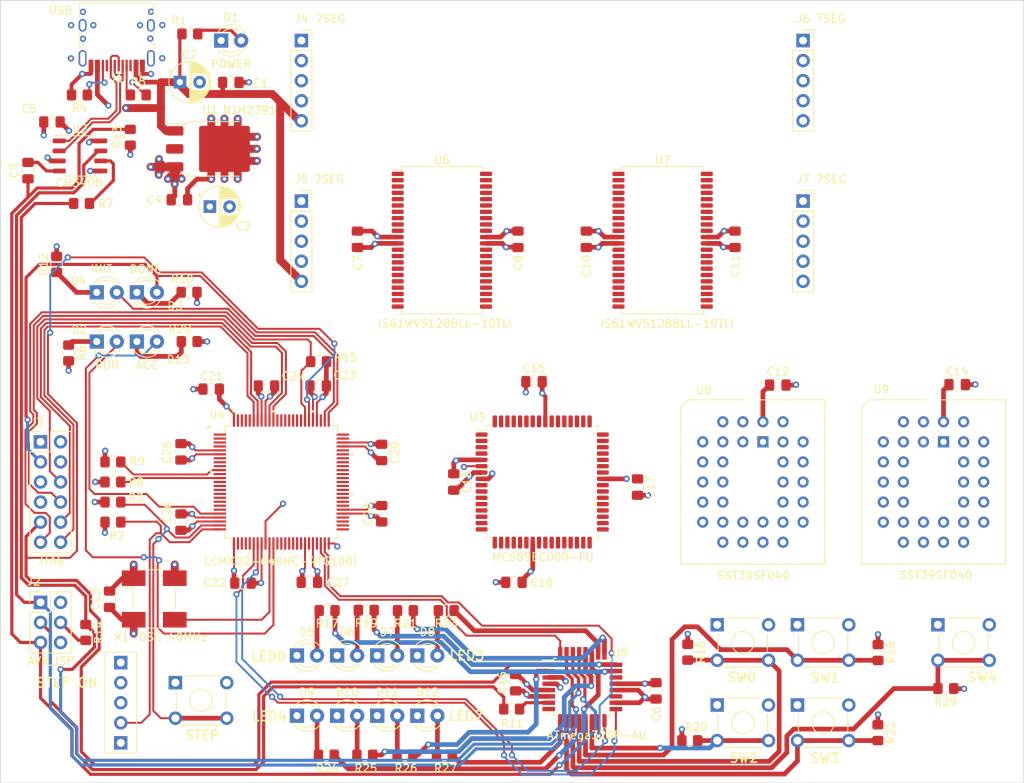
<source format=kicad_pcb>
(kicad_pcb (version 20221018) (generator pcbnew)
  (layers (0 "F.Cu" signal) (1 "In1.Cu" power) (2 "In2.Cu" power) (31 "B.Cu" signal) (34 "B.Paste" user) (35 "F.Paste" user) (36 "B.SilkS" user "B.Silkscreen") (37 "F.SilkS" user "F.Silkscreen") (38 "B.Mask" user) (39 "F.Mask" user) (44 "Edge.Cuts" user))
  (net 0 "")
  (net 1 "/DONE")
  (net 2 "GND")
  (net 3 "/TCK")
  (net 4 "/TMS")
  (net 5 "/PROGRAMN")
  (net 6 "/TDI")
  (net 7 "VDD")
  (net 8 "/TDO")
  (net 9 "/A0")
  (net 10 "/A1")
  (net 11 "/A2")
  (net 12 "/A3")
  (net 13 "VCC")
  (net 14 "/A4")
  (net 15 "/A5")
  (net 16 "/A6")
  (net 17 "/A7")
  (net 18 "/A8")
  (net 19 "/A9")
  (net 20 "/A10")
  (net 21 "/A11")
  (net 22 "/A12")
  (net 23 "/A13")
  (net 24 "/A14")
  (net 25 "/A15")
  (net 26 "/A16")
  (net 27 "/A17")
  (net 28 "/A18")
  (net 29 "/A19")
  (net 30 "/A20")
  (net 31 "/A21")
  (net 32 "/A22")
  (net 33 "/A23")
  (net 34 "/{slash}RESET")
  (net 35 "/{slash}HALT")
  (net 36 "/CPUCLK")
  (net 37 "/MCLK")
  (net 38 "/FC0")
  (net 39 "/FC1")
  (net 40 "/FC2")
  (net 41 "/{slash}AS")
  (net 42 "/{slash}UDS")
  (net 43 "/{slash}LDS")
  (net 44 "/R{slash}W")
  (net 45 "/{slash}DTACK")
  (net 46 "/{slash}IPL0")
  (net 47 "/{slash}AVEC")
  (net 48 "/{slash}BERR")
  (net 49 "/{slash}BR")
  (net 50 "/{slash}RESETAVR")
  (net 51 "Net-(D5-A)")
  (net 52 "/{slash}STEP")
  (net 53 "/{slash}STEPEN")
  (net 54 "/{slash}SW0")
  (net 55 "/{slash}SW1")
  (net 56 "/{slash}SW2")
  (net 57 "/JTAGENB")
  (net 58 "Net-(U2-~{RTS})")
  (net 59 "/{slash}WE")
  (net 60 "/{slash}OE")
  (net 61 "Net-(D1-A)")
  (net 62 "Net-(J1-CC1)")
  (net 63 "Net-(U2-UD+)")
  (net 64 "Net-(U2-UD-)")
  (net 65 "/{slash}SRAMCS1")
  (net 66 "/{slash}SRAMCS0")
  (net 67 "/{slash}PROMCS1")
  (net 68 "/{slash}PROMCS0")
  (net 69 "/{slash}BG")
  (net 70 "/{slash}IPL2")
  (net 71 "/{slash}IPL1")
  (net 72 "/D15")
  (net 73 "/D14")
  (net 74 "/D13")
  (net 75 "/D12")
  (net 76 "/D11")
  (net 77 "/D10")
  (net 78 "/D9")
  (net 79 "/D8")
  (net 80 "/D7")
  (net 81 "/D6")
  (net 82 "/D5")
  (net 83 "/D4")
  (net 84 "/D3")
  (net 85 "/D2")
  (net 86 "/D1")
  (net 87 "/D0")
  (net 88 "/BD0")
  (net 89 "/BD1")
  (net 90 "/BD2")
  (net 91 "/BD3")
  (net 92 "/BD4")
  (net 93 "/BD5")
  (net 94 "/BD6")
  (net 95 "/BD7")
  (net 96 "/BD8")
  (net 97 "/BD9")
  (net 98 "/BD10")
  (net 99 "/BD11")
  (net 100 "/BD12")
  (net 101 "/BD13")
  (net 102 "/BD14")
  (net 103 "/BD15")
  (net 105 "Net-(J1-CC2)")
  (net 107 "Net-(J2-SCK)")
  (net 108 "Net-(J2-MOSI)")
  (net 113 "/TXDAVR")
  (net 114 "/LEDDIO0")
  (net 115 "/LEDSCK")
  (net 116 "/LEDRCK")
  (net 117 "/LEDDIO1")
  (net 118 "/RXDAVR")
  (net 119 "/SPICLK")
  (net 120 "/SPISO")
  (net 121 "/REQINT")
  (net 122 "/SPISI")
  (net 123 "/INITN")
  (net 124 "/{slash}SW3")
  (net 125 "Net-(U2-TXD)")
  (net 129 "/LED0")
  (net 130 "/LED1")
  (net 131 "/LED2")
  (net 132 "/LED3")
  (net 133 "/LED4")
  (net 134 "/LED5")
  (net 159 "/SCK")
  (net 160 "/{slash}SW4")
  (net 161 "/RUN")
  (net 162 "/ACC")
  (net 163 "/LED6")
  (net 165 "/LED7")
  (net 166 "Net-(D2-K)")
  (net 167 "Net-(D3-K)")
  (net 168 "Net-(D4-K)")
  (net 169 "Net-(D6-A)")
  (net 170 "Net-(D7-A)")
  (net 171 "Net-(D8-A)")
  (net 172 "Net-(D9-A)")
  (net 173 "Net-(D10-A)")
  (net 174 "Net-(D11-A)")
  (net 175 "Net-(D12-A)")
  (net 176 "Net-(D13-K)")
  (footprint "kekyo:R_0805_2012" (layer "F.Cu") (at 112.401665 107.906392 -90)
    (fp_text reference "R16")
    (fp_text value "2k")
  )
  (footprint "kekyo:LED_D3.0mm" (layer "F.Cu") (at 68.01896 108.320501)
    (fp_text reference "D6")
    (fp_text value "LED1")
  )
  (footprint "kekyo:R_0805_2012" (layer "F.Cu") (at 35.670712 51.107571)
    (fp_text reference "R7")
    (fp_text value "1k")
  )
  (footprint "kekyo:LED_D3.0mm" (layer "F.Cu") (at 37.596046 62.36)
    (fp_text reference "D4")
    (fp_text value "INIT")
  )
  (footprint "kekyo:R_0805_2012" (layer "F.Cu") (at 49.302737 68.58)
    (fp_text reference "R28")
    (fp_text value "2k")
  )
  (footprint "kekyo:LED_D3.0mm" (layer "F.Cu") (at 78.17896 115.940501)
    (fp_text reference "D12")
    (fp_text value "LED7")
  )
  (footprint "kekyo:C_0805_2012" (layer "F.Cu") (at 54.563091 35.787521)
    (fp_text reference "C1")
    (fp_text value "0.1u")
  )
  (footprint "kekyo:LED_D3.0mm" (layer "F.Cu") (at 62.93896 108.320501)
    (fp_text reference "D5")
    (fp_text value "LED0")
  )
  (footprint "kekyo:TactSwitch" (layer "F.Cu") (at 126.29 104.43)
    (fp_text reference "SW1" hide)
    (fp_text value "SW1")
  )
  (footprint "kekyo:R_0805_2012" (layer "F.Cu") (at 41.843996 42.724663 90)
    (fp_text reference "R13")
    (fp_text value "10k")
  )
  (footprint "kekyo:LED_D3.0mm" (layer "F.Cu") (at 42.676046 68.58)
    (fp_text reference "D13")
    (fp_text value "ACC")
  )
  (footprint "kekyo:C_0805_2012" (layer "F.Cu") (at 70.59 55.64 -90)
    (fp_text reference "C7")
    (fp_text value "0.1u")
  )
  (footprint "kekyo:C_0805_2012" (layer "F.Cu") (at 92.9425 73.66)
    (fp_text reference "C15")
    (fp_text value "0.1u")
  )
  (footprint "kekyo:C_0805_2012" (layer "F.Cu") (at 146.508827 74.033804)
    (fp_text reference "C14")
    (fp_text value "0.1u")
  )
  (footprint "kekyo:C_0805_2012" (layer "F.Cu") (at 90.4025 99.06)
    (fp_text reference "C18")
    (fp_text value "0.1u")
  )
  (footprint "kekyo:SOP-8_3.9x4.9mm_P1.27mm" (layer "F.Cu") (at 35.475 45.085)
    (fp_text reference "U2")
    (fp_text value "CH340N")
  )
  (footprint "kekyo:R_0805_2012" (layer "F.Cu") (at 39.64 88.9)
    (fp_text reference "R3")
    (fp_text value "1.5k")
  )
  (footprint "kekyo:C_0805_2012" (layer "F.Cu") (at 39.217195 101.204003 -90)
    (fp_text reference "C13")
    (fp_text value "0.1u")
  )
  (footprint "kekyo:PinHeader_2x03_P2.54mm_Vertical" (layer "F.Cu") (at 30.48 101.6)
    (fp_text reference "J2")
    (fp_text value "AVR_ISP")
  )
  (footprint "kekyo:R_0805_2012" (layer "F.Cu") (at 81.596878 120.918369 180)
    (fp_text reference "R27")
    (fp_text value "2k")
  )
  (footprint "kekyo:LED_D3.0mm" (layer "F.Cu") (at 73.09896 108.320501)
    (fp_text reference "D7")
    (fp_text value "LED2")
  )
  (footprint "kekyo:R_0805_2012" (layer "F.Cu") (at 76.607496 120.920339 180)
    (fp_text reference "R26")
    (fp_text value "2k")
  )
  (footprint "kekyo:USB_C_Receptacle_HRO_TYPE-C-31-M-12" (layer "F.Cu") (at 40.126384 29.598955 180)
    (fp_text reference "J1")
    (fp_text value "USB")
  )
  (footprint "kekyo:C_0805_2012" (layer "F.Cu") (at 48.057964 50.633278)
    (fp_text reference "C4")
    (fp_text value "0.1u")
  )
  (footprint "kekyo:LED_D3.0mm" (layer "F.Cu") (at 53.34 30.48)
    (fp_text reference "D1")
    (fp_text value "POWER")
  )
  (footprint "kekyo:R_0805_2012" (layer "F.Cu") (at 39.64 86.36)
    (fp_text reference "R8")
    (fp_text value "1.5k")
  )
  (footprint "kekyo:R_0805_2012" (layer "F.Cu") (at 136.489299 107.942879 -90)
    (fp_text reference "R18")
    (fp_text value "2k")
  )
  (footprint "kekyo:R_0805_2012" (layer "F.Cu") (at 32.516046 58.82 90)
    (fp_text reference "R12")
    (fp_text value "2k")
  )
  (footprint "kekyo:C_0805_2012" (layer "F.Cu") (at 99.5675 55.64 -90)
    (fp_text reference "C10")
    (fp_text value "0.1u")
  )
  (footprint "kekyo:R_0805_2012" (layer "F.Cu") (at 66.655559 120.920339 180)
    (fp_text reference "R24")
    (fp_text value "2k")
  )
  (footprint "kekyo:SW_Toggle_3P" (layer "F.Cu") (at 40.64 119.38 180)
    (fp_text reference "SW_STEPEN1" hide)
    (fp_text value "STEPEN")
  )
  (footprint "kekyo:R_0805_2012" (layer "F.Cu") (at 34.036904 70.025235 -90)
    (fp_text reference "R6")
    (fp_text value "2k")
  )
  (footprint "kekyo:LED_D3.0mm" (layer "F.Cu") (at 62.93896 115.940501)
    (fp_text reference "D9")
    (fp_text value "LED4")
  )
  (footprint "kekyo:LED_D3.0mm" (layer "F.Cu") (at 42.676046 62.36)
    (fp_text reference "D3")
    (fp_text value "DONE")
  )
  (footprint "kekyo:Oscillator_SMD_4Pin_7.0x5.0mm_HandSoldering" (layer "F.Cu") (at 44.872272 101.165704 -90)
    (fp_text reference "X1")
    (fp_text value "X1")
  )
  (footprint "kekyo:TQFP100_LAT-M" (layer "F.Cu") (at 60.96 86.36)
    (fp_text reference "U4")
    (fp_text value "LCMXO2-640HC-4TG100I")
  )
  (footprint "kekyo:R_0805_2012" (layer "F.Cu") (at 71.526549 120.920339 180)
    (fp_text reference "R25")
    (fp_text value "2k")
  )
  (footprint "kekyo:LED_D3.0mm" (layer "F.Cu") (at 78.17896 108.320501)
    (fp_text reference "D8")
    (fp_text value "LED3")
  )
  (footprint "kekyo:LED_D3.0mm" (layer "F.Cu") (at 37.596046 68.58)
    (fp_text reference "D2")
    (fp_text value "RUN")
  )
  (footprint "kekyo:R_0805_2012" (layer "F.Cu") (at 145.067375 112.503899 180)
    (fp_text reference "R29")
    (fp_text value "2k")
  )
  (footprint "kekyo:C_0805_2012" (layer "F.Cu") (at 118.385 55.64 90)
    (fp_text reference "C11")
    (fp_text value "0.1u")
  )
  (footprint "kekyo:R_0805_2012" (layer "F.Cu") (at 136.469889 118.084922 -90)
    (fp_text reference "R22")
    (fp_text value "2k")
  )
  (footprint "kekyo:CP_Radial_D5.0mm_P2.50mm" (layer "F.Cu") (at 51.908141 51.504209)
    (fp_text reference "C3")
    (fp_text value "100u")
  )
  (footprint "kekyo:R_0805_2012" (layer "F.Cu") (at 90.112919 115.107534 180)
    (fp_text reference "R11")
    (fp_text value "1k")
  )
  (footprint "kekyo:R_0805_2012" (layer "F.Cu") (at 81.829012 102.630172 180)
    (fp_text reference "R23")
    (fp_text value "2k")
  )
  (footprint "Package_QFP:TQFP-32_7x7mm_P0.8mm" (layer "F.Cu") (at 99.06 112.3)
    (fp_text reference "U5")
    (fp_text value "ATmega328P-AU")
  )
  (footprint "kekyo:LED_D3.0mm" (layer "F.Cu") (at 68.01896 115.940501)
    (fp_text reference "D10")
    (fp_text value "LED5")
  )
  (footprint "kekyo:R_0805_2012" (layer "F.Cu") (at 112.660259 119.095115)
    (fp_text reference "R20")
    (fp_text value "2k")
  )
  (footprint "kekyo:PinSocket_1x05_P2.54mm_Vertical" (layer "F.Cu") (at 127 30.48)
    (fp_text reference "J6")
    (fp_text value "Socket5")
  )
  (footprint "kekyo:C_0805_2012" (layer "F.Cu") (at 65.620552 74.197643)
    (fp_text reference "C23")
    (fp_text value "0.1u")
  )
  (footprint "kekyo:R_0805_2012" (layer "F.Cu") (at 39.64 83.82)
    (fp_text reference "R9")
    (fp_text value "1.5k")
  )
  (footprint "kekyo:TactSwitch" (layer "F.Cu") (at 116.13 104.43)
    (fp_text reference "SW0" hide)
    (fp_text value "SW0")
  )
  (footprint "kekyo:R_0805_2012" (layer "F.Cu") (at 36.204091 105.403159 -90)
    (fp_text reference "R14")
    (fp_text value "1k")
  )
  (footprint "kekyo:PinSocket_1x05_P2.54mm_Vertical" (layer "F.Cu") (at 63.5 50.8)
    (fp_text reference "J5")
    (fp_text value "Socket5")
  )
  (footprint "kekyo:C_0805_2012" (layer "F.Cu") (at 123.802609 74.092849)
    (fp_text reference "C12")
    (fp_text value "0.1u")
  )
  (footprint "kekyo:C_0805_2012" (layer "F.Cu") (at 73.66 82.620487 -90)
    (fp_text reference "C20")
    (fp_text value "0.1u")
  )
  (footprint "Package_LCC:PLCC-32_THT-Socket" (layer "F.Cu") (at 121.92 81.28)
    (fp_text reference "U8")
    (fp_text value "SST39SF040")
  )
  (footprint "kekyo:C_0805_2012" (layer "F.Cu") (at 59.074158 74.206762)
    (fp_text reference "C24")
    (fp_text value "0.1u")
  )
  (footprint "kekyo:C_0805_2012" (layer "F.Cu") (at 73.66 90.379451 90)
    (fp_text reference "C28")
    (fp_text value "0.1u")
  )
  (footprint "kekyo:TactSwitch" (layer "F.Cu") (at 126.29 114.59)
    (fp_text reference "SW3" hide)
    (fp_text value "SW3")
  )
  (footprint "kekyo:TactSwitch" (layer "F.Cu") (at 144.07 104.43)
    (fp_text reference "SW4" hide)
    (fp_text value "SW4")
  )
  (footprint "kekyo:PinSocket_1x05_P2.54mm_Vertical" (layer "F.Cu") (at 127 50.8)
    (fp_text reference "J7")
    (fp_text value "Socket5")
  )
  (footprint "kekyo:TO-252-3_TabPin4" (layer "F.Cu") (at 52.503261 44.195)
    (fp_text reference "U1")
    (fp_text value "NJM2391")
  )
  (footprint "kekyo:C_0805_2012" (layer "F.Cu") (at 90.61 111.76 90)
    (fp_text reference "C16")
    (fp_text value "0.1u")
  )
  (footprint "kekyo:C_0805_2012" (layer "F.Cu") (at 48.26 82.542638 -90)
    (fp_text reference "C25")
    (fp_text value "0.1u")
  )
  (footprint "kekyo:R_0805_2012" (layer "F.Cu") (at 49.381861 29.646805)
    (fp_text reference "R1")
    (fp_text value "2k")
  )
  (footprint "kekyo:C_0805_2012" (layer "F.Cu") (at 48.26 91.437774 90)
    (fp_text reference "C26")
    (fp_text value "0.1u")
  )
  (footprint "kekyo:TactSwitch" (layer "F.Cu") (at 47.55 111.76)
    (fp_text reference "SW_STEP1" hide)
    (fp_text value "STEP")
  )
  (footprint "kekyo:CP_Radial_D5.0mm_P2.50mm" (layer "F.Cu") (at 48.116413 35.750383)
    (fp_text reference "C2")
    (fp_text value "100u")
  )
  (footprint "kekyo:R_0805_2012" (layer "F.Cu") (at 76.664083 102.630172 180)
    (fp_text reference "R21")
    (fp_text value "2k")
  )
  (footprint "kekyo:R_0805_2012" (layer "F.Cu") (at 35.402874 37.369937 180)
    (fp_text reference "R4")
    (fp_text value "5.1k")
  )
  (footprint "kekyo:R_0805_2012" (layer "F.Cu") (at 66.754136 102.630172 180)
    (fp_text reference "R17")
    (fp_text value "2k")
  )
  (footprint "Package_SO:TSOP-II-44_10.16x18.41mm_P0.8mm" (layer "F.Cu") (at 109.22 55.76)
    (fp_text reference "U7")
    (fp_text value "IS61WV5128BLL-10TLI")
  )
  (footprint "kekyo:LED_D3.0mm" (layer "F.Cu") (at 73.09896 115.940501)
    (fp_text reference "D11")
    (fp_text value "LED6")
  )
  (footprint "kekyo:C_0805_2012" (layer "F.Cu") (at 82.7825 86.36 -90)
    (fp_text reference "C19")
    (fp_text value "0.1u")
  )
  (footprint "kekyo:TactSwitch" (layer "F.Cu") (at 116.13 114.59)
    (fp_text reference "SW2" hide)
    (fp_text value "SW2")
  )
  (footprint "kekyo:R_0805_2012" (layer "F.Cu") (at 42.853579 37.369937)
    (fp_text reference "R5")
    (fp_text value "5.1k")
  )
  (footprint "Package_SO:TSOP-II-44_10.16x18.41mm_P0.8mm" (layer "F.Cu") (at 81.28 55.76)
    (fp_text reference "U6")
    (fp_text value "IS61WV5128BLL-10TLI")
  )
  (footprint "kekyo:R_0805_2012" (layer "F.Cu") (at 49.283055 62.339925)
    (fp_text reference "R10")
    (fp_text value "2k")
  )
  (footprint "kekyo:C_0805_2012" (layer "F.Cu") (at 108.39 112.7975 90)
    (fp_text reference "C6")
    (fp_text value "0.1u")
  )
  (footprint "kekyo:C_0805_2012" (layer "F.Cu") (at 31.925689 40.786786 180)
    (fp_text reference "C5")
    (fp_text value "0.1u")
  )
  (footprint "Package_LCC:PLCC-32_THT-Socket" (layer "F.Cu") (at 144.78 81.28)
    (fp_text reference "U9")
    (fp_text value "SST39SF040")
  )
  (footprint "kekyo:R_0805_2012" (layer "F.Cu") (at 71.70911 102.588181 180)
    (fp_text reference "R19")
    (fp_text value "2k")
  )
  (footprint "kekyo:C_0805_2012" (layer "F.Cu") (at 52.081451 74.602332 180)
    (fp_text reference "C21")
    (fp_text value "0.1u")
  )
  (footprint "kekyo:C_0805_2012" (layer "F.Cu") (at 56.106674 99.163952)
    (fp_text reference "C22")
    (fp_text value "0.1u")
  )
  (footprint "kekyo:MC68SEC000-FU" (layer "F.Cu") (at 93.98 86.36)
    (fp_text reference "U3")
    (fp_text value "MC68SEC000-FU")
  )
  (footprint "kekyo:C_0805_2012" (layer "F.Cu") (at 28.892704 46.944395 -90)
    (fp_text reference "C9")
    (fp_text value "0.1u")
  )
  (footprint "kekyo:PinHeader_2x06_P2.54mm_Vertical" (layer "F.Cu") (at 30.48 81.28)
    (fp_text reference "J3")
    (fp_text value "JTAG")
  )
  (footprint "kekyo:PinSocket_1x05_P2.54mm_Vertical" (layer "F.Cu") (at 63.5 30.48)
    (fp_text reference "J4")
    (fp_text value "Socket5")
  )
  (footprint "kekyo:C_0805_2012" (layer "F.Cu") (at 64.512527 99.06 180)
    (fp_text reference "C27")
    (fp_text value "0.1u")
  )
  (footprint "kekyo:C_0805_2012" (layer "F.Cu") (at 90.91 55.64 90)
    (fp_text reference "C8")
    (fp_text value "0.1u")
  )
  (footprint "kekyo:R_0805_2012" (layer "F.Cu") (at 65.678832 71.12)
    (fp_text reference "R15")
    (fp_text value "1.5k")
  )
  (footprint "kekyo:C_0805_2012" (layer "F.Cu") (at 106.051181 87.000182 -90)
    (fp_text reference "C17")
    (fp_text value "0.1u")
  )
  (footprint "kekyo:R_0805_2012" (layer "F.Cu") (at 39.64 91.44)
    (fp_text reference "R2")
    (fp_text value "1.5k")
  )
  (gr_line (start 154.94 25.4) (end 25.4 25.4) (stroke (width 0.1)) (layer "Edge.Cuts"))
  (gr_line (start 25.4 124.46) (end 154.94 124.46) (stroke (width 0.1)) (layer "Edge.Cuts"))
  (gr_line (start 25.4 25.4) (end 25.4 124.46) (stroke (width 0.1)) (layer "Edge.Cuts"))
  (gr_line (start 154.94 124.46) (end 154.94 25.4) (stroke (width 0.1)) (layer "Edge.Cuts"))
  (gr_text "SW1" (at 127.851912 111.807774) (layer "F.SilkS") (effects (font (size 1.2 1.2) (thickness 0.2) bold) (justify left bottom)))
  (gr_text "USB" (at 31.414974 27.245206) (layer "F.SilkS") (effects (font (size 1 1)) (justify left bottom)))
  (gr_text "OSC 40MHz" (at 42.776688 106.565195) (layer "F.SilkS") (effects (font (size 1 1)) (justify left bottom)))
  (gr_text "POWER" (at 51.946268 34.016372) (layer "F.SilkS") (effects (font (size 1 1)) (justify left bottom)))
  (gr_text "LED3" (at 82.118375 109.034466) (layer "F.SilkS") (effects (font (size 1.2 1.2) (thickness 0.2) bold) (justify left bottom)))
  (gr_text "LED0" (at 57.006872 109.12181) (layer "F.SilkS") (effects (font (size 1.2 1.2) (thickness 0.2) bold) (justify left bottom)))
  (gr_text "IS61WV5128BLL-10TLI" (at 73.121906 66.882077) (layer "F.SilkS") (effects (font (size 1 1)) (justify left bottom)))
  (gr_text "CH340N" (at 32.33209 49.081296) (layer "F.SilkS") (effects (font (size 1 1)) (justify left bottom)))
  (gr_text "7SEG" (at 128.469116 28.286195) (layer "F.SilkS") (effects (font (size 1 1)) (justify left bottom)))
  (gr_text "SW2" (at 117.545277 121.978539) (layer "F.SilkS") (effects (font (size 1.2 1.2) (thickness 0.2) bold) (justify left bottom)))
  (gr_text "7SEG" (at 65.173569 28.310807) (layer "F.SilkS") (effects (font (size 1 1)) (justify left bottom)))
  (gr_text "MC68SEC000-FU" (at 87.504081 96.448143) (layer "F.SilkS") (effects (font (size 1 1)) (justify left bottom)))
  (gr_text "NJM2391" (at 53.464551 39.881353) (layer "F.SilkS") (effects (font (size 1 1)) (justify left bottom)))
  (gr_text "SW3" (at 127.774273 122.036769) (layer "F.SilkS") (effects (font (size 1.2 1.2) (thickness 0.2) bold) (justify left bottom)))
  (gr_text "AVR_ISP" (at 28.731561 109.588577) (layer "F.SilkS") (effects (font (size 1 1)) (justify left bottom)))
  (gr_text "DONE" (at 41.659229 59.97859) (layer "F.SilkS") (effects (font (size 1 1)) (justify left bottom)))
  (gr_text "SST39SF040" (at 139.07081 98.717766) (layer "F.SilkS") (effects (font (size 1 1)) (justify left bottom)))
  (gr_text "7SEG" (at 128.585575 48.608316) (layer "F.SilkS") (effects (font (size 1 1)) (justify left bottom)))
  (gr_text "IS61WV5128BLL-10TLI" (at 101.203118 66.925749) (layer "F.SilkS") (effects (font (size 1 1)) (justify left bottom)))
  (gr_text "SW4" (at 147.703795 111.776148) (layer "F.SilkS") (effects (font (size 1.2 1.2) (thickness 0.2) bold) (justify left bottom)))
  (gr_text "LED4" (at 57.094216 116.720769) (layer "F.SilkS") (effects (font (size 1.2 1.2) (thickness 0.2) bold) (justify left bottom)))
  (gr_text "ACC" (at 42.440251 72.165751) (layer "F.SilkS") (effects (font (size 1 1)) (justify left bottom)))
  (gr_text "SST39SF040" (at 116.007987 98.806441) (layer "F.SilkS") (effects (font (size 1 1)) (justify left bottom)))
  (gr_text "INIT" (at 36.709715 59.97859) (layer "F.SilkS") (effects (font (size 1 1)) (justify left bottom)))
  (gr_text "RUN" (at 37.238409 72.126931) (layer "F.SilkS") (effects (font (size 1 1)) (justify left bottom)))
  (gr_text "SW0" (at 117.273539 111.768954) (layer "F.SilkS") (effects (font (size 1.2 1.2) (thickness 0.2) bold) (justify left bottom)))
  (gr_text "LED7" (at 81.987359 116.677097) (layer "F.SilkS") (effects (font (size 1.2 1.2) (thickness 0.2) bold) (justify left bottom)))
  (gr_text "LCMXO2-640HC-4TG100I" (at 51.067455 96.972209) (layer "F.SilkS") (effects (font (size 1 1)) (justify left bottom)))
  (gr_text "ATmega328P-AU" (at 94.47275 118.998476) (layer "F.SilkS") (effects (font (size 1 1)) (justify left bottom)))
  (gr_text "STEP" (at 48.638465 119.119491) (layer "F.SilkS") (effects (font (size 1.2 1.2) (thickness 0.2) bold) (justify left bottom)))
  (gr_text "7SEG" (at 65.027995 48.618331) (layer "F.SilkS") (effects (font (size 1 1)) (justify left bottom)))
  (gr_text "STEP ON" (at 29.817373 112.472781) (layer "F.SilkS") (effects (font (size 1.2 1.2) (thickness 0.2) bold) (justify left bottom)))
  (gr_text "JTAG" (at 30.012612 96.89453) (layer "F.SilkS") (effects (font (size 1 1)) (justify left bottom)))
  (segment (start 30.31944 58.82) (end 43.753032 58.82) (width 0.4) (layer "F.Cu") (net 1))
  (segment (start 65.22862 67.420219) (end 68.053832 70.245431) (width 0.25) (layer "F.Cu") (net 1))
  (segment (start 68.053832 76.482464) (end 66.960001 77.576295) (width 0.25) (layer "F.Cu") (net 1))
  (segment (start 28.84554 78.23346) (end 28.84554 78.482579) (width 0.4) (layer "F.Cu") (net 1))
  (segment (start 57.833406 67.420219) (end 65.22862 67.420219) (width 0.25) (layer "F.Cu") (net 1))
  (segment (start 66.960001 77.576295) (end 66.960001 78.58125) (width 0.25) (layer "F.Cu") (net 1))
  (segment (start 45.216046 60.283014) (end 45.216046 62.36) (width 0.4) (layer "F.Cu") (net 1))
  (segment (start 68.053832 70.245431) (end 68.053832 76.482464) (width 0.25) (layer "F.Cu") (net 1))
  (segment (start 50.696201 60.283014) (end 57.833406 67.420219) (width 0.25) (layer "F.Cu") (net 1))
  (segment (start 28.64604 60.4934) (end 28.64604 78.03396) (width 0.4) (layer "F.Cu") (net 1))
  (segment (start 45.216046 60.283014) (end 50.696201 60.283014) (width 0.25) (layer "F.Cu") (net 1))
  (segment (start 43.753032 58.82) (end 45.216046 60.283014) (width 0.4) (layer "F.Cu") (net 1))
  (segment (start 28.64604 60.4934) (end 30.31944 58.82) (width 0.4) (layer "F.Cu") (net 1))
  (segment (start 28.64604 78.03396) (end 28.84554 78.23346) (width 0.4) (layer "F.Cu") (net 1))
  (via (at 28.84554 78.482579) (size 0.8) (drill 0.4) (layers "F.Cu" "B.Cu") (net 1))
  (segment (start 28.84554 82.18554) (end 30.48 83.82) (width 0.4) (layer "B.Cu") (net 1))
  (segment (start 28.84554 78.482579) (end 28.84554 82.18554) (width 0.4) (layer "B.Cu") (net 1))
  (segment (start 53.763261 48.008436) (end 53.761164 48.010533) (width 1) (layer "F.Cu") (net 2))
  (segment (start 53.763261 44.195) (end 53.763261 48.008436) (width 1) (layer "F.Cu") (net 2))
  (segment (start 36.876384 33.643955) (end 36.876384 34.619646) (width 0.5) (layer "F.Cu") (net 2))
  (segment (start 88.709048 55.36) (end 89.472365 54.596683) (width 0.6) (layer "F.Cu") (net 2))
  (segment (start 103.6325 56.16) (end 101.578047 56.16) (width 0.6) (layer "F.Cu") (net 2))
  (segment (start 60.111658 74.957837) (end 59.52906 75.540435) (width 0.6) (layer "F.Cu") (net 2))
  (segment (start 50.177888 82.859999) (end 49.665343 83.372544) (width 0.25) (layer "F.Cu") (net 2))
  (segment (start 43.705279 37.369937) (end 42.1005 35.765158) (width 0.25) (layer "F.Cu") (net 2))
  (segment (start 58.366062 99.163952) (end 58.391717 99.138297) (width 0.6) (layer "F.Cu") (net 2))
  (segment (start 57.144174 99.163952) (end 58.366062 99.163952) (width 0.6) (layer "F.Cu") (net 2))
  (segment (start 75.6925 56.16) (end 72.822961 56.16) (width 0.6) (layer "F.Cu") (net 2))
  (segment (start 118.379183 54.596683) (end 118.385 54.6025) (width 0.6) (layer "F.Cu") (net 2))
  (segment (start 66.658052 71.14078) (end 66.678832 71.12) (width 0.6) (layer "F.Cu") (net 2))
  (segment (start 96.47252 111.1) (end 96.964701 111.592181) (width 0.6) (layer "F.Cu") (net 2))
  (segment (start 86.305 85.16) (end 85.308181 85.16) (width 0.6) (layer "F.Cu") (net 2))
  (segment (start 65.460001 76.327171) (end 66.178037 75.609135) (width 0.25) (layer "F.Cu") (net 2))
  (segment (start 30.888189 40.786786) (end 30.888189 42.471262) (width 0.6) (layer "F.Cu") (net 2))
  (segment (start 83.070681 87.3975) (end 82.7825 87.3975) (width 0.6) (layer "F.Cu") (net 2))
  (segment (start 53.18125 82.859999) (end 50.177888 82.859999) (width 0.25) (layer "F.Cu") (net 2))
  (segment (start 58.959999 76.109496) (end 58.959999 78.58125) (width 0.25) (layer "F.Cu") (net 2))
  (segment (start 108.282274 111.867726) (end 108.39 111.76) (width 0.6) (layer "F.Cu") (net 2))
  (segment (start 31.365805 45.290741) (end 31.795064 45.72) (width 0.6) (layer "F.Cu") (net 2))
  (segment (start 90.904183 54.596683) (end 90.91 54.6025) (width 0.6) (layer "F.Cu") (net 2))
  (segment (start 72.296115 82.627917) (end 73.326185 83.657987) (width 0.6) (layer "F.Cu") (net 2))
  (segment (start 55.438261 45.72) (end 55.438261 47.995536) (width 1) (layer "F.Cu") (net 2))
  (segment (start 58.391717 99.138297) (end 58.46 99.070014) (width 0.25) (layer "F.Cu") (net 2))
  (segment (start 126.06694 74.092849) (end 126.106303 74.053486) (width 0.6) (layer "F.Cu") (net 2))
  (segment (start 51.043951 74.602332) (end 49.823588 74.602332) (width 0.6) (layer "F.Cu") (net 2))
  (segment (start 101.578047 56.16) (end 101.089538 56.648509) (width 0.6) (layer "F.Cu") (net 2))
  (segment (start 42.272272 103.795704) (end 40.771396 103.795704) (width 0.6) (layer "F.Cu") (net 2))
  (segment (start 94.81 111.1) (end 96.47252 111.1) (width 0.6) (layer "F.Cu") (net 2))
  (segment (start 148.786279 74.033804) (end 148.805961 74.014122) (width 0.6) (layer "F.Cu") (net 2))
  (segment (start 63.959999 97.295663) (end 63.609888 97.645774) (width 0.25) (layer "F.Cu") (net 2))
  (segment (start 72.344622 56.6775) (end 72.805734 56.216388) (width 0.6) (layer "F.Cu") (net 2))
  (segment (start 66.658052 75.12912) (end 66.658052 74.197643) (width 0.6) (layer "F.Cu") (net 2))
  (segment (start 91.44 98.756503) (end 91.44 99.06) (width 0.6) (layer "F.Cu") (net 2))
  (segment (start 49.655503 90.402878) (end 48.262604 90.402878) (width 0.6) (layer "F.Cu") (net 2))
  (segment (start 71.86219 82.182723) (end 72.296115 82.616648) (width 0.25) (layer "F.Cu") (net 2))
  (segment (start 106.982729 111.867726) (end 108.282274 111.867726) (width 0.6) (layer "F.Cu") (net 2))
  (segment (start 116.224183 55.36) (end 116.9875 54.596683) (width 0.6) (layer "F.Cu") (net 2))
  (segment (start 103.31 111.9) (end 106.950455 111.9) (width 0.6) (layer "F.Cu") (net 2))
  (segment (start 30.888189 42.471262) (end 30.880572 42.478879) (width 0.6) (layer "F.Cu") (net 2))
  (segment (start 48.262604 90.402878) (end 48.26 90.400274) (width 0.6) (layer "F.Cu") (net 2))
  (segment (start 56.839404 35.787521) (end 56.859188 35.767737) (width 0.6) (layer "F.Cu") (net 2))
  (segment (start 50.112624 90.859999) (end 49.655503 90.402878) (width 0.25) (layer "F.Cu") (net 2))
  (segment (start 40.771396 103.795704) (end 39.217195 102.241503) (width 0.6) (layer "F.Cu") (net 2))
  (segment (start 86.8675 55.36) (end 88.709048 55.36) (width 0.6) (layer "F.Cu") (net 2))
  (segment (start 147.546327 74.033804) (end 148.786279 74.033804) (width 0.6) (layer "F.Cu") (net 2))
  (segment (start 53.763261 44.195) (end 53.763261 40.373325) (width 1) (layer "F.Cu") (net 2))
  (segment (start 35.757715 34.704917) (end 36.791113 34.704917) (width 0.5) (layer "F.Cu") (net 2))
  (segment (start 66.658052 74.197643) (end 66.658052 71.14078) (width 0.6) (layer "F.Cu") (net 2))
  (segment (start 92.78 97.416503) (end 92.510949 97.685554) (width 0.6) (layer "F.Cu") (net 2))
  (segment (start 73.326185 83.657987) (end 73.66 83.657987) (width 0.6) (layer "F.Cu") (net 2))
  (segment (start 72.269873 89.375488) (end 73.626463 89.375488) (width 0.6) (layer "F.Cu") (net 2))
  (segment (start 44.456668 34.704917) (end 43.373006 34.704917) (width 0.5) (layer "F.Cu") (net 2))
  (segment (start 63.609888 97.645774) (end 63.609888 98.925139) (width 0.6) (layer "F.Cu") (net 2))
  (segment (start 57.886782 42.67) (end 57.905059 42.651723) (width 1) (layer "F.Cu") (net 2))
  (segment (start 52.102823 48.031339) (end 50.268122 48.031339) (width 0.6) (layer "F.Cu") (net 2))
  (segment (start 49.823588 74.602332) (end 49.814961 74.610959) (width 0.6) (layer "F.Cu") (net 2))
  (segment (start 32.516046 56.545607) (end 32.522012 56.539641) (width 0.6) (layer "F.Cu") (net 2))
  (segment (start 31.795064 45.72) (end 32.85 45.72) (width 0.6) (layer "F.Cu") (net 2))
  (segment (start 57.865567 45.72) (end 57.88745 45.698117) (width 1) (layer "F.Cu") (net 2))
  (segment (start 92.510949 97.685554) (end 91.44 98.756503) (width 0.6) (layer "F.Cu") (net 2))
  (segment (start 99.596491 56.648509) (end 99.5675 56.6775) (width 0.6) (layer "F.Cu") (net 2))
  (segment (start 68.73875 81.859999) (end 71.539466 81.859999) (width 0.25) (layer "F.Cu") (net 2))
  (segment (start 43.372472 34.704383) (end 43.376384 34.700471) (width 0.5) (layer "F.Cu") (net 2))
  (segment (start 35.757715 34.704917) (end 34.402874 36.059758) (width 0.5) (layer "F.Cu") (net 2))
  (segment (start 107.37642 88.037682) (end 107.376421 88.037681) (width 0.6) (layer "F.Cu") (net 2))
  (segment (start 52.088261 48.016777) (end 52.102823 48.031339) (width 1) (layer "F.Cu") (net 2))
  (segment (start 58.46 99.070014) (end 58.46 94.13875) (width 0.25) (layer "F.Cu") (net 2))
  (segment (start 70.59 56.6775) (end 72.344622 56.6775) (width 0.6) (layer "F.Cu") (net 2))
  (segment (start 55.438261 40.371294) (end 55.440816 40.368739) (width 1) (layer "F.Cu") (net 2))
  (segment (start 53.763261 40.373325) (end 53.748722 40.358786) (width 1) (layer "F.Cu") (net 2))
  (segment (start 53.18125 90.859999) (end 50.112624 90.859999) (width 0.25) (layer "F.Cu") (net 2))
  (segment (start 43.376384 34.700471) (end 43.376384 33.643955) (width 0.5) (layer "F.Cu") (net 2))
  (segment (start 84.743663 85.724518) (end 83.070681 87.3975) (width 0.6) (layer "F.Cu") (net 2))
  (segment (start 49.665343 83.372544) (end 49.457749 83.580138) (width 0.6) (layer "F.Cu") (net 2))
  (segment (start 106.950455 111.9) (end 106.982729 111.867726) (width 0.6) (layer "F.Cu") (net 2))
  (segment (start 52.088261 45.72) (end 52.088261 48.016777) (width 1) (layer "F.Cu") (net 2))
  (segment (start 93.98 73.66) (end 93.98 75.124239) (width 0.6) (layer "F.Cu") (net 2))
  (segment (start 116.9875 54.596683) (end 118.379183 54.596683) (width 0.6) (layer "F.Cu") (net 2))
  (segment (start 49.095464 49.203997) (end 49.095464 50.633278) (width 0.6) (layer "F.Cu") (net 2))
  (segment (start 36.876384 34.619646) (end 36.791113 34.704917) (width 0.5) (layer "F.Cu") (net 2))
  (segment (start 55.438261 45.72) (end 57.865567 45.72) (width 1) (layer "F.Cu") (net 2))
  (segment (start 59.52906 75.540435) (end 58.959999 76.109496) (width 0.25) (layer "F.Cu") (net 2))
  (segment (start 57.858566 44.195) (end 57.878646 44.17492) (width 1) (layer "F.Cu") (net 2))
  (segment (start 52.088261 42.67) (end 52.088261 40.350673) (width 1) (layer "F.Cu") (net 2))
  (segment (start 50.283055 62.339925) (end 50.283055 63.702274) (width 0.6) (layer "F.Cu") (net 2))
  (segment (start 63.609888 98.925139) (end 63.475027 99.06) (width 0.6) (layer "F.Cu") (net 2))
  (segment (start 71.78536 89.860001) (end 72.269873 89.375488) (width 0.25) (layer "F.Cu") (net 2))
  (segment (start 55.438261 47.995536) (end 55.440816 47.998091) (width 1) (layer "F.Cu") (net 2))
  (segment (start 43.373006 34.704917) (end 43.372472 34.704383) (width 0.5) (layer "F.Cu") (net 2))
  (segment (start 66.178037 75.609135) (end 66.658052 75.12912) (width 0.6) (layer "F.Cu") (net 2))
  (segment (start 65.460001 78.58125) (end 65.460001 76.327171) (width 0.25) (layer "F.Cu") (net 2))
  (segment (start 94.38 75.524239) (end 93.987542 75.131781) (width 0.5) (layer "F.Cu") (net 2))
  (segment (start 106.051181 88.037682) (end 107.37642 88.037682) (width 0.6) (layer "F.Cu") (net 2))
  (segment (start 55.438261 42.67) (end 57.886782 42.67) (width 1) (layer "F.Cu") (net 2))
  (segment (start 55.438261 42.67) (end 55.438261 40.371294) (width 1) (layer "F.Cu") (net 2))
  (segment (start 55.600591 35.787521) (end 56.839404 35.787521) (width 0.6) (layer "F.Cu") (net 2))
  (segment (start 42.272272 103.795704) (end 42.272272 105.554214) (width 1) (layer "F.Cu") (net 2))
  (segment (start 50.268122 48.031339) (end 49.095464 49.203997) (width 0.6) (layer "F.Cu") (net 2))
  (segment (start 53.763261 44.195) (end 57.858566 44.195) (width 1) (layer "F.Cu") (net 2))
  (segment (start 90.80062 110.7225) (end 90.61 110.7225) (width 0.6) (layer "F.Cu") (net 2))
  (segment (start 49.457749 83.580138) (end 48.26 83.580138) (width 0.6) (layer "F.Cu") (net 2))
  (segment (start 34.036904 71.025235) (end 34.036904 72.260211) (width 0.6) (layer "F.Cu") (net 2))
  (segment (start 34.402874 36.059758) (end 34.402874 37.369937) (width 0.5) (layer "F.Cu") (net 2))
  (segment (start 124.840109 74.092849) (end 126.06694 74.092849) (width 0.6) (layer "F.Cu") (net 2))
  (segment (start 43.853579 37.369937) (end 43.705279 37.369937) (width 0.25) (layer "F.Cu") (net 2))
  (segment (start 93.98 75.124239) (end 93.987542 75.131781) (width 0.6) (layer "F.Cu") (net 2))
  (segment (start 32.516046 57.82) (end 32.516046 56.545607) (width 0.6) (layer "F.Cu") (net 2))
  (segment (start 92.024573 111.946453) (end 90.80062 110.7225) (width 0.6) (layer "F.Cu") (net 2))
  (segment (start 89.472365 54.596683) (end 90.904183 54.596683) (width 0.6) (layer "F.Cu") (net 2))
  (segment (start 68.73875 89.860001) (end 71.78536 89.860001) (width 0.25) (layer "F.Cu") (net 2))
  (segment (start 71.539466 81.859999) (end 71.86219 82.182723) (width 0.25) (layer "F.Cu") (net 2))
  (segment (start 52.088261 40.350673) (end 52.094018 40.344916) (width 1) (layer "F.Cu") (net 2))
  (segment (start 94.38 78.685) (end 94.38 75.524239) (width 0.5) (layer "F.Cu") (net 2))
  (segment (start 72.296115 82.616648) (end 72.296115 82.627917) (width 0.25) (layer "F.Cu") (net 2))
  (segment (start 94.81 112.7) (end 92.77812 112.7) (width 0.6) (layer "F.Cu") (net 2))
  (segment (start 92.77812 112.7) (end 92.024573 111.946453) (width 0.6) (layer "F.Cu") (net 2))
  (segment (start 50.302737 68.58) (end 51.559192 68.58) (width 0.6) (layer "F.Cu") (net 2))
  (segment (start 42.272272 105.554214) (end 42.266917 105.559569) (width 1) (layer "F.Cu") (net 2))
  (segment (start 92.78 94.035) (end 92.78 97.416503) (width 0.6) (layer "F.Cu") (net 2))
  (segment (start 63.959999 94.13875) (end 63.959999 97.295663) (width 0.25) (layer "F.Cu") (net 2))
  (segment (start 114.8075 55.36) (end 116.224183 55.36) (width 0.6) (layer "F.Cu") (net 2))
  (segment (start 85.308181 85.16) (end 84.743663 85.724518) (width 0.6) (layer "F.Cu") (net 2))
  (segment (start 73.626463 89.375488) (end 73.66 89.341951) (width 0.6) (layer "F.Cu") (net 2))
  (segment (start 101.089538 56.648509) (end 99.596491 56.648509) (width 0.6) (layer "F.Cu") (net 2))
  (segment (start 60.111658 74.206762) (end 60.111658 74.957837) (width 0.6) (layer "F.Cu") (net 2))
  (via (at 96.964701 111.592181) (size 0.8) (drill 0.4) (layers "F.Cu" "B.Cu") (net 2))
  (via (at 116.9875 54.596683) (size 0.8) (drill 0.4) (layers "F.Cu" "B.Cu") (net 2))
  (via (at 107.376421 88.037681) (size 0.8) (drill 0.4) (layers "F.Cu" "B.Cu") (net 2))
  (via (at 55.440816 40.368739) (size 0.8) (drill 0.4) (layers "F.Cu" "B.Cu") (net 2))
  (via (at 31.365805 45.290741) (size 0.8) (drill 0.4) (layers "F.Cu" "B.Cu") (net 2))
  (via (at 35.845761 26.851206) (size 0.8) (drill 0.4) (layers "F.Cu" "B.Cu") (net 2))
  (via (at 32.522012 56.539641) (size 0.8) (drill 0.4) (layers "F.Cu" "B.Cu") (net 2))
  (via (at 101.089538 56.648509) (size 0.8) (drill 0.4) (layers "F.Cu" "B.Cu") (net 2))
  (via (at 59.52906 75.540435) (size 0.8) (drill 0.4) (layers "F.Cu" "B.Cu") (net 2))
  (via (at 58.391717 99.138297) (size 0.8) (drill 0.4) (layers "F.Cu" "B.Cu") (net 2))
  (via (at 106.982729 111.867726) (size 0.8) (drill 0.4) (layers "F.Cu" "B.Cu") (net 2))
  (via (at 93.987542 75.131781) (size 0.8) (drill 0.4) (layers "F.Cu" "B.Cu") (net 2))
  (via (at 44.377426 30.232176) (size 0.8) (drill 0.4) (layers "F.Cu" "B.Cu") (net 2))
  (via (at 42.266917 105.559569) (size 0.8) (drill 0.4) (layers "F.Cu" "B.Cu") (net 2))
  (via (at 63.609888 97.645774) (size 0.8) (drill 0.4) (layers "F.Cu" "B.Cu") (net 2))
  (via (at 56.859188 35.767737) (size 0.8) (drill 0.4) (layers "F.Cu" "B.Cu") (net 2))
  (via (at 53.761164 48.010533) (size 0.8) (drill 0.4) (layers "F.Cu" "B.Cu") (net 2))
  (via (at 51.56099 68.578202) (size 0.8) (drill 0.4) (layers "F.Cu" "B.Cu") (net 2))
  (via (at 45.900623 28.524082) (size 0.8) (drill 0.4) (layers "F.Cu" "B.Cu") (net 2))
  (via (at 72.269873 89.375488) (size 0.8) (drill 0.4) (layers "F.Cu" "B.Cu") (net 2))
  (via (at 34.348978 28.541691) (size 0.8) (drill 0.4) (layers "F.Cu" "B.Cu") (net 2))
  (via (at 35.757715 34.704917) (size 0.8) (drill 0.4) (layers "F.Cu" "B.Cu") (net 2))
  (via (at 126.106303 74.053486) (size 0.8) (drill 0.4) (layers "F.Cu" "B.Cu") (net 2))
  (via (at 72.296115 82.627917) (size 0.8) (drill 0.4) (layers "F.Cu" "B.Cu") (net 2))
  (via (at 57.878646 44.17492) (size 0.8) (drill 0.4) (layers "F.Cu" "B.Cu") (net 2))
  (via (at 52.094018 40.344916) (size 0.8) (drill 0.4) (layers "F.Cu" "B.Cu") (net 2))
  (via (at 42.1005 35.765158) (size 0.8) (drill 0.4) (layers "F.Cu" "B.Cu") (net 2))
  (via (at 72.805734 56.216388) (size 0.8) (drill 0.4) (layers "F.Cu" "B.Cu") (net 2))
  (via (at 92.510949 97.685554) (size 0.8) (drill 0.4) (layers "F.Cu" "B.Cu") (net 2))
  (via (at 57.905059 42.651723) (size 0.8) (drill 0.4) (layers "F.Cu" "B.Cu") (net 2))
  (via (at 37.166452 28.532887) (size 0.8) (drill 0.4) (layers "F.Cu" "B.Cu") (net 2))
  (via (at 66.178037 75.609135) (size 0.8) (drill 0.4) (layers "F.Cu" "B.Cu") (net 2))
  (via (at 53.748722 40.358786) (size 0.8) (drill 0.4) (layers "F.Cu" "B.Cu") (net 2))
  (via (at 34.036904 72.260211) (size 0.8) (drill 0.4) (layers "F.Cu" "B.Cu") (net 2))
  (via (at 52.102823 48.031339) (size 0.8) (drill 0.4) (layers "F.Cu" "B.Cu") (net 2))
  (via (at 49.665343 83.372544) (size 0.8) (drill 0.4) (layers "F.Cu" "B.Cu") (net 2))
  (via (at 89.472365 54.596683) (size 0.8) (drill 0.4) (layers "F.Cu" "B.Cu") (net 2))
  (via (at 49.655503 90.402878) (size 0.8) (drill 0.4) (layers "F.Cu" "B.Cu") (net 2))
  (via (at 92.024573 111.946453) (size 0.8) (drill 0.4) (layers "F.Cu" "B.Cu") (net 2))
  (via (at 57.88745 45.698117) (size 0.8) (drill 0.4) (layers "F.Cu" "B.Cu") (net 2))
  (via (at 44.456668 34.704917) (size 0.8) (drill 0.4) (layers "F.Cu" "B.Cu") (net 2))
  (via (at 45.891819 32.715075) (size 0.8) (drill 0.4) (layers "F.Cu" "B.Cu") (net 2))
  (via (at 84.743663 85.724518) (size 0.8) (drill 0.4) (layers "F.Cu" "B.Cu") (net 2))
  (via (at 55.440816 47.998091) (size 0.8) (drill 0.4) (layers "F.Cu" "B.Cu") (net 2))
  (via (at 148.805961 74.014122) (size 0.8) (drill 0.4) (layers "F.Cu" "B.Cu") (net 2))
  (via (at 34.331368 32.741489) (size 0.8) (drill 0.4) (layers "F.Cu" "B.Cu") (net 2))
  (via (at 49.814961 74.610959) (size 0.8) (drill 0.4) (layers "F.Cu" "B.Cu") (net 2))
  (via (at 30.880572 42.478879) (size 0.8) (drill 0.4) (layers "F.Cu" "B.Cu") (net 2))
  (via (at 43.074344 28.541691) (size 0.8) (drill 0.4) (layers "F.Cu" "B.Cu") (net 2))
  (via (at 44.483082 26.833597) (size 0.8) (drill 0.4) (layers "F.Cu" "B.Cu") (net 2))
  (via (at 50.288235 63.707454) (size 0.8) (drill 0.4) (layers "F.Cu" "B.Cu") (net 2))
  (via (at 35.854566 30.25859) (size 0.8) (drill 0.4) (layers "F.Cu" "B.Cu") (net 2))
  (segment (start 57.087822 69.220219) (end 53.650057 65.782454) (width 0.25) (layer "F.Cu") (net 3))
  (segment (start 61.039037 75.082904) (end 61.039037 70.023358) (width 0.25) (layer "F.Cu") (net 3))
  (segment (start 59.46 78.58125) (end 59.46 76.661941) (width 0.25) (layer "F.Cu") (net 3))
  (segment (start 59.46 76.661941) (end 61.039037 75.082904) (width 0.25) (layer "F.Cu") (net 3))
  (segment (start 30.07104 66.715243) (end 30.07104 75.79104) (width 0.25) (layer "F.Cu") (net 3))
  (segment (start 61.039037 70.023358) (end 60.235898 69.220219) (width 0.25) (layer "F.Cu") (net 3))
  (segment (start 53.650057 65.782454) (end 31.003829 65.782454) (width 0.25) (layer "F.Cu") (net 3))
  (segment (start 60.235898 69.220219) (end 57.087822 69.220219) (width 0.25) (layer "F.Cu") (net 3))
  (segment (start 30.07104 75.79104) (end 31.655 77.375) (width 0.25) (layer "F.Cu") (net 3))
  (segment (start 31.655 84.995) (end 33.02 86.36) (width 0.25) (layer "F.Cu") (net 3))
  (segment (start 31.655 77.375) (end 31.655 84.995) (width 0.25) (layer "F.Cu") (net 3))
  (segment (start 31.003829 65.782454) (end 30.07104 66.715243) (width 0.25) (layer "F.Cu") (net 3))
  (segment (start 59.959999 76.798338) (end 61.538328 75.220009) (width 0.25) (layer "F.Cu") (net 4))
  (segment (start 30.183299 87.725) (end 31.845 87.725) (width 0.25) (layer "F.Cu") (net 4))
  (segment (start 53.836453 65.332454) (end 30.817433 65.332454) (width 0.25) (layer "F.Cu") (net 4))
  (segment (start 30.02054 78.96928) (end 29.02104 79.96878) (width 0.25) (layer "F.Cu") (net 4))
  (segment (start 57.274218 68.770219) (end 53.836453 65.332454) (width 0.25) (layer "F.Cu") (net 4))
  (segment (start 30.02054 77.629435) (end 30.02054 78.96928) (width 0.25) (layer "F.Cu") (net 4))
  (segment (start 30.817433 65.332454) (end 29.62104 66.528847) (width 0.25) (layer "F.Cu") (net 4))
  (segment (start 61.538328 75.220009) (end 61.538328 69.85182) (width 0.25) (layer "F.Cu") (net 4))
  (segment (start 61.538328 69.85182) (end 60.456727 68.770219) (width 0.25) (layer "F.Cu") (net 4))
  (segment (start 29.62104 77.229935) (end 30.02054 77.629435) (width 0.25) (layer "F.Cu") (net 4))
  (segment (start 31.845 87.725) (end 33.02 88.9) (width 0.25) (layer "F.Cu") (net 4))
  (segment (start 29.62104 66.528847) (end 29.62104 77.229935) (width 0.25) (layer "F.Cu") (net 4))
  (segment (start 29.02104 79.96878) (end 29.02104 86.562741) (width 0.25) (layer "F.Cu") (net 4))
  (segment (start 29.02104 86.562741) (end 30.183299 87.725) (width 0.25) (layer "F.Cu") (net 4))
  (segment (start 59.959999 78.58125) (end 59.959999 76.798338) (width 0.25) (layer "F.Cu") (net 4))
  (segment (start 60.456727 68.770219) (end 57.274218 68.770219) (width 0.25) (layer "F.Cu") (net 4))
  (segment (start 58.019802 66.970219) (end 56.442071 65.392488) (width 0.25) (layer "F.Cu") (net 5))
  (segment (start 33.047638 98.830354) (end 29.232152 98.830354) (width 0.4) (layer "F.Cu") (net 5))
  (segment (start 67.674157 68.841157) (end 67.674157 68.840872) (width 0.25) (layer "F.Cu") (net 5))
  (segment (start 37.904091 107.511299) (end 37.904091 103.763344) (width 0.4) (layer "F.Cu") (net 5))
  (segment (start 35.636919 109.778471) (end 37.904091 107.511299) (width 0.4) (layer "F.Cu") (net 5))
  (segment (start 58.117082 113.246693) (end 58.117082 121.5221) (width 0.4) (layer "F.Cu") (net 5))
  (segment (start 35.095 95.072859) (end 34.209979 95.95788) (width 0.25) (layer "F.Cu") (net 5))
  (segment (start 29.232152 98.830354) (end 28.64604 98.244242) (width 0.4) (layer "F.Cu") (net 5))
  (segment (start 57.475171 122.164011) (end 37.315259 122.164011) (width 0.4) (layer "F.Cu") (net 5))
  (segment (start 36.804091 102.663344) (end 36.804091 100.579336) (width 0.4) (layer "F.Cu") (net 5))
  (segment (start 35.636919 120.485671) (end 35.636919 109.778471) (width 0.4) (layer "F.Cu") (net 5))
  (segment (start 94.81 109.5) (end 89.95934 109.5) (width 0.4) (layer "F.Cu") (net 5))
  (segment (start 64.460001 78.58125) (end 64.460001 76.182688) (width 0.25) (layer "F.Cu") (net 5))
  (segment (start 37.904091 103.763344) (end 36.804091 102.663344) (width 0.4) (layer "F.Cu") (net 5))
  (segment (start 43.609526 57.931812) (end 33.925301 57.931812) (width 0.25) (layer "F.Cu") (net 5))
  (segment (start 28.64604 98.244242) (end 28.64604 95.802601) (width 0.4) (layer "F.Cu") (net 5))
  (segment (start 31.69554 67.45715) (end 31.42104 67.73165) (width 0.25) (layer "F.Cu") (net 5))
  (segment (start 59.671965 111.69181) (end 58.117082 113.246693) (width 0.4) (layer "F.Cu") (net 5))
  (segment (start 56.442071 65.392488) (end 56.484792 65.435209) (width 0.25) (layer "F.Cu") (net 5))
  (segment (start 28.64604 93.27396) (end 30.48 91.44) (width 0.4) (layer "F.Cu") (net 5))
  (segment (start 89.95934 109.5) (end 87.76753 111.69181) (width 0.4) (layer "F.Cu") (net 5))
  (segment (start 65.803504 66.970219) (end 58.019802 66.970219) (width 0.25) (layer "F.Cu") (net 5))
  (segment (start 67.674157 68.840872) (end 65.803504 66.970219) (width 0.25) (layer "F.Cu") (net 5))
  (segment (start 64.460001 76.182688) (end 64.216297 75.938984) (width 0.25) (layer "F.Cu") (net 5))
  (segment (start 43.970494 58.29278) (end 43.609526 57.931812) (width 0.25) (layer "F.Cu") (net 5))
  (segment (start 33.0578 98.820192) (end 33.047638 98.830354) (width 0.4) (layer "F.Cu") (net 5))
  (segment (start 58.117082 121.5221) (end 57.475171 122.164011) (width 0.4) (layer "F.Cu") (net 5))
  (segment (start 34.209979 95.95788) (end 28.801319 95.95788) (width 0.25) (layer "F.Cu") (net 5))
  (segment (start 37.315259 122.164011) (end 35.636919 120.485671) (width 0.4) (layer "F.Cu") (net 5))
  (segment (start 56.442071 65.392488) (end 50.882597 59.833014) (width 0.25) (layer "F.Cu") (net 5))
  (segment (start 87.76753 111.69181) (end 59.671965 111.69181) (width 0.4) (layer "F.Cu") (net 5))
  (segment (start 45.508508 59.833014) (end 43.970494 58.295) (width 0.25) (layer "F.Cu") (net 5))
  (segment (start 28.64604 95.802601) (end 28.64604 93.27396) (width 0.4) (layer "F.Cu") (net 5))
  (segment (start 31.42104 67.73165) (end 31.42104 75.231852) (width 0.25) (layer "F.Cu") (net 5))
  (segment (start 35.044947 98.820192) (end 33.0578 98.820192) (width 0.4) (layer "F.Cu") (net 5))
  (segment (start 36.804091 100.579336) (end 35.044947 98.820192) (width 0.4) (layer "F.Cu") (net 5))
  (segment (start 31.42104 75.231852) (end 35.095 78.905812) (width 0.25) (layer "F.Cu") (net 5))
  (segment (start 50.882597 59.833014) (end 45.508508 59.833014) (width 0.25) (layer "F.Cu") (net 5))
  (segment (start 43.970494 58.295) (end 43.970494 58.29278) (width 0.25) (layer "F.Cu") (net 5))
  (segment (start 28.801319 95.95788) (end 28.64604 95.802601) (width 0.25) (layer "F.Cu") (net 5))
  (segment (start 35.095 78.905812) (end 35.095 95.072859) (width 0.25) (layer "F.Cu") (net 5))
  (via (at 64.216297 75.938984) (size 0.8) (drill 0.4) (layers "F.Cu" "B.Cu") (net 5))
  (via (at 33.925301 57.931812) (size 0.8) (drill 0.4) (layers "F.Cu" "B.Cu") (net 5))
  (via (at 67.674157 68.841157) (size 0.8) (drill 0.4) (layers "F.Cu" "B.Cu") (net 5))
  (via (at 31.69554 67.45715) (size 0.8) (drill 0.4) (layers "F.Cu" "B.Cu") (net 5))
  (segment (start 67.674157 68.841157) (end 67.674157 70.286976) (width 0.25) (layer "B.Cu") (net 5))
  (segment (start 33.925301 57.931812) (end 31.708264 60.148849) (width 0.25) (layer "B.Cu") (net 5))
  (segment (start 64.216297 73.744836) (end 64.216297 75.938984) (width 0.25) (layer "B.Cu") (net 5))
  (segment (start 31.708264 67.444426) (end 31.69554 67.45715) (width 0.25) (layer "B.Cu") (net 5))
  (segment (start 31.708264 60.148849) (end 31.708264 67.444426) (width 0.25) (layer "B.Cu") (net 5))
  (segment (start 67.674157 70.286976) (end 64.216297 73.744836) (width 0.25) (layer "B.Cu") (net 5))
  (segment (start 30.52104 66.933189) (end 30.52104 75.604644) (width 0.25) (layer "F.Cu") (net 6))
  (segment (start 34.195 84.306701) (end 34.174929 84.326772) (width 0.25) (layer "F.Cu") (net 6))
  (segment (start 57.139037 69.90783) (end 53.463661 66.232454) (width 0.25) (layer "F.Cu") (net 6))
  (segment (start 57.124158 73.493589) (end 57.139037 73.47871) (width 0.25) (layer "F.Cu") (net 6))
  (segment (start 34.174929 85.853228) (end 34.195 85.873299) (width 0.25) (layer "F.Cu") (net 6))
  (segment (start 34.195 90.265) (end 33.02 91.44) (width 0.25) (layer "F.Cu") (net 6))
  (segment (start 34.174929 84.326772) (end 34.174929 85.853228) (width 0.25) (layer "F.Cu") (net 6))
  (segment (start 57.124158 75.256416) (end 57.124158 73.493589) (width 0.25) (layer "F.Cu") (net 6))
  (segment (start 34.195 85.873299) (end 34.195 90.265) (width 0.25) (layer "F.Cu") (net 6))
  (segment (start 57.139037 73.47871) (end 57.139037 69.90783) (width 0.25) (layer "F.Cu") (net 6))
  (segment (start 57.960001 76.092259) (end 57.124158 75.256416) (width 0.25) (layer "F.Cu") (net 6))
  (segment (start 31.221775 66.232454) (end 30.52104 66.933189) (width 0.25) (layer "F.Cu") (net 6))
  (segment (start 30.52104 75.604644) (end 34.195 79.278604) (width 0.25) (layer "F.Cu") (net 6))
  (segment (start 53.463661 66.232454) (end 31.221775 66.232454) (width 0.25) (layer "F.Cu") (net 6))
  (segment (start 34.195 79.278604) (end 34.195 84.306701) (width 0.25) (layer "F.Cu") (net 6))
  (segment (start 57.960001 78.58125) (end 57.960001 76.092259) (width 0.25) (layer "F.Cu") (net 6))
  (segment (start 42.576384 34.968955) (end 43.357812 35.750383) (width 0.6) (layer "F.Cu") (net 7))
  (segment (start 48.05335 35.68732) (end 48.116413 35.750383) (width 0.4) (layer "F.Cu") (net 7))
  (segment (start 39.058023 38.71037) (end 37.676384 37.328731) (width 0.6) (layer "F.Cu") (net 7))
  (segment (start 53.532915 35.794845) (end 53.532915 37.250383) (width 0.6) (layer "F.Cu") (net 7))
  (segment (start 45.72 35.750383) (end 48.116413 35.750383) (width 1) (layer "F.Cu") (net 7))
  (segment (start 48.116413 36.120652) (end 49.246144 37.250383) (width 1) (layer "F.Cu") (net 7))
  (segment (start 43.357812 35.750383) (end 45.72 35.750383) (width 0.6) (layer "F.Cu") (net 7))
  (segment (start 45.72 39.026814) (end 45.72 35.750383) (width 1) (layer "F.Cu") (net 7))
  (segment (start 60.81168 58.27168) (end 63.5 60.96) (width 1) (layer "F.Cu") (net 7))
  (segment (start 45.72 41.269271) (end 46.365729 41.915) (width 1) (layer "F.Cu") (net 7))
  (segment (start 63.203361 40.64) (end 63.5 40.64) (width 1) (layer "F.Cu") (net 7))
  (segment (start 36.771553 46.995277) (end 38.094723 46.995277) (width 0.6) (layer "F.Cu") (net 7))
  (segment (start 38.094723 46.995277) (end 38.1 46.99) (width 0.6) (layer "F.Cu") (net 7))
  (segment (start 42.576384 33.643955) (end 42.576384 34.968955) (width 0.6) (layer "F.Cu") (net 7))
  (segment (start 60.81168 38.24832) (end 63.203361 40.64) (width 1) (layer "F.Cu") (net 7))
  (segment (start 48.116413 35.750383) (end 48.116413 36.120652) (width 1) (layer "F.Cu") (net 7))
  (segment (start 59.813744 37.250383) (end 60.81168 38.24832) (width 1) (layer "F.Cu") (net 7))
  (segment (start 53.532915 37.250383) (end 59.813744 37.250383) (width 1) (layer "F.Cu") (net 7))
  (segment (start 48.116413 29.912253) (end 48.381861 29.646805) (width 0.4) (layer "F.Cu") (net 7))
  (segment (start 53.525591 35.787521) (end 53.532915 35.794845) (width 0.6) (layer "F.Cu") (net 7))
  (segment (start 48.116413 35.750383) (end 48.116413 29.912253) (width 0.4) (layer "F.Cu") (net 7))
  (segment (start 41.273967 39.026814) (end 45.72 39.026814) (width 1) (layer "F.Cu") (net 7))
  (segment (start 47.460656 41.912395) (end 47.463261 41.915) (width 0.6) (layer "F.Cu") (net 7))
  (segment (start 37.676384 37.328731) (end 37.676384 33.643955) (width 0.6) (layer "F.Cu") (net 7))
  (segment (start 45.72 39.026814) (end 45.72 41.269271) (width 1) (layer "F.Cu") (net 7))
  (segment (start 46.365729 41.915) (end 47.463261 41.915) (width 1) (layer "F.Cu") (net 7))
  (segment (start 49.246144 37.250383) (end 53.532915 37.250383) (width 1) (layer "F.Cu") (net 7))
  (segment (start 60.81168 38.24832) (end 60.81168 58.27168) (width 1) (layer "F.Cu") (net 7))
  (via (at 41.273967 39.026814) (size 0.8) (drill 0.4) (layers "F.Cu" "B.Cu") (net 7))
  (via (at 36.771553 46.995277) (size 0.8) (drill 0.4) (layers "F.Cu" "B.Cu") (net 7))
  (via (at 39.058023 38.71037) (size 0.8) (drill 0.4) (layers "F.Cu" "B.Cu") (net 7))
  (segment (start 30.97104 75.418248) (end 34.645 79.092208) (width 0.25) (layer "F.Cu") (net 8))
  (segment (start 53.277265 66.682454) (end 31.408171 66.682454) (width 0.25) (layer "F.Cu") (net 8))
  (segment (start 31.408171 66.682454) (end 30.97104 67.119585) (width 0.25) (layer "F.Cu") (net 8))
  (segment (start 56.674158 70.109105) (end 56.674158 75.442812) (width 0.25) (layer "F.Cu") (net 8))
  (segment (start 56.689037 70.094226) (end 56.674158 70.109105) (width 0.25) (layer "F.Cu") (net 8))
  (segment (start 34.645 92.355) (end 33.02 93.98) (width 0.25) (layer "F.Cu") (net 8))
  (segment (start 34.645 79.092208) (end 34.645 92.355) (width 0.25) (layer "F.Cu") (net 8))
  (segment (start 57.459999 78.58125) (end 57.466759 78.57449) (width 0.25) (layer "F.Cu") (net 8))
  (segment (start 57.459999 78.58125) (end 57.459999 76.228653) (width 0.25) (layer "F.Cu") (net 8))
  (segment (start 30.97104 67.119585) (end 30.97104 75.418248) (width 0.25) (layer "F.Cu") (net 8))
  (segment (start 57.459999 76.228653) (end 56.674158 75.442812) (width 0.25) (layer "F.Cu") (net 8))
  (segment (start 56.689037 70.094226) (end 53.277265 66.682454) (width 0.25) (layer "F.Cu") (net 8))
  (segment (start 46.598844 48.011881) (end 47.463261 47.147464) (width 1) (layer "F.Cu") (net 13))
  (segment (start 64.96 75.799531) (end 65.178942 75.580589) (width 0.25) (layer "F.Cu") (net 13))
  (segment (start 54.970766 97.589409) (end 54.970766 99.065544) (width 0.6) (layer "F.Cu") (net 13))
  (segment (start 64.583052 74.197643) (end 64.583052 74.984699) (width 0.6) (layer "F.Cu") (net 13))
  (segment (start 45.442879 47.14922) (end 46.107127 46.484972) (width 1) (layer "F.Cu") (net 13))
  (segment (start 72.927376 90.684327) (end 73.66 91.416951) (width 0.6) (layer "F.Cu") (net 13))
  (segment (start 104.658307 85.96) (end 104.660334 85.957973) (width 0.6) (layer "F.Cu") (net 13))
  (segment (start 101.655 85.96) (end 104.658307 85.96) (width 0.6) (layer "F.Cu") (net 13))
  (segment (start 37.413886 86.36) (end 37.405163 86.351277) (width 0.6) (layer "F.Cu") (net 13))
  (segment (start 42.272272 98.535704) (end 42.272272 96.808339) (width 1) (layer "F.Cu") (net 13))
  (segment (start 103.6325 55.36) (end 101.867617 55.36) (width 0.6) (layer "F.Cu") (net 13))
  (segment (start 89.398558 56.633748) (end 90.866248 56.633748) (width 0.6) (layer "F.Cu") (net 13))
  (segment (start 54.970766 97.589409) (end 54.959999 97.578642) (width 0.25) (layer "F.Cu") (net 13))
  (segment (start 75.6925 55.36) (end 73.097768 55.36) (width 0.6) (layer "F.Cu") (net 13))
  (segment (start 65.528862 99.038835) (end 65.550027 99.06) (width 0.6) (layer "F.Cu") (net 13))
  (segment (start 116.898932 56.633748) (end 118.341248 56.633748) (width 0.6) (layer "F.Cu") (net 13))
  (segment (start 47.463261 47.116472) (end 47.463261 46.475) (width 1) (layer "F.Cu") (net 13))
  (segment (start 49.704707 91.947898) (end 49.177331 92.475274) (width 0.6) (layer "F.Cu") (net 13))
  (segment (start 83.062443 83.650326) (end 82.7825 83.930269) (width 0.6) (layer "F.Cu") (net 13))
  (segment (start 47.465579 46.477318) (end 47.463261 46.475) (width 1) (layer "F.Cu") (net 13))
  (segment (start 101.867617 55.36) (end 101.1043 54.596683) (width 0.6) (layer "F.Cu") (net 13))
  (segment (start 99.573317 54.596683) (end 99.5675 54.6025) (width 0.6) (layer "F.Cu") (net 13))
  (segment (start 72.289555 90.684327) (end 72.927376 90.684327) (width 0.6) (layer "F.Cu") (net 13))
  (segment (start 71.965228 90.36) (end 72.289555 90.684327) (width 0.25) (layer "F.Cu") (net 13))
  (segment (start 86.8675 56.16) (end 88.92481 56.16) (width 0.6) (layer "F.Cu") (net 13))
  (segment (start 112.401665 105.590321) (end 112.402147 105.589839) (width 0.6) (layer "F.Cu") (net 13))
  (segment (start 91.905 75.000361) (end 91.907833 75.003194) (width 0.5) (layer "F.Cu") (net 13))
  (segment (start 46.107127 46.484972) (end 45.477385 45.85523) (width 1) (layer "F.Cu") (net 13))
  (segment (start 121.92 78.74) (end 121.92 74.937958) (width 0.6) (layer "F.Cu") (net 13))
  (segment (start 64.583052 74.984699) (end 65.178942 75.580589) (width 0.6) (layer "F.Cu") (net 13))
  (segment (start 121.92 74.937958) (end 122.765109 74.092849) (width 0.6) (layer "F.Cu") (net 13))
  (segment (start 47.465579 50.188163) (end 47.020464 50.633278) (width 0.6) (layer "F.Cu") (net 13))
  (segment (start 103.31 112.7) (end 106.112529 112.7) (width 0.6) (layer "F.Cu") (net 13))
  (segment (start 96.275838 112.379452) (end 95.796386 111.9) (width 0.6) (layer "F.Cu") (net 13))
  (segment (start 37.355891 88.9) (end 37.346118 88.890227) (width 0.6) (layer "F.Cu") (net 13))
  (segment (start 38.64 86.36) (end 37.413886 86.36) (width 0.6) (layer "F.Cu") (net 13))
  (segment (start 34.078132 41.906554) (end 34.078132 41.901729) (width 0.6) (layer "F.Cu") (net 13))
  (segment (start 83.062443 83.650326) (end 83.152769 83.56) (width 0.6) (layer "F.Cu") (net 13))
  (segment (start 112.401665 106.906392) (end 112.401665 105.590321) (width 0.6) (layer "F.Cu") (net 13))
  (segment (start 36.6324 43.367954) (end 36.820354 43.18) (width 0.6) (layer "F.Cu") (net 13))
  (segment (start 34.078132 41.901729) (end 32.963189 40.786786) (width 0.6) (layer "F.Cu") (net 13))
  (segment (start 136.469889 115.807718) (end 136.488353 115.789254) (width 0.6) (layer "F.Cu") (net 13))
  (segment (start 144.78 74.725131) (end 145.471327 74.033804) (width 0.6) (layer "F.Cu") (net 13))
  (segment (start 118.341248 56.633748) (end 118.385 56.6775) (width 0.6) (layer "F.Cu") (net 13))
  (segment (start 47.463261 46.475) (end 47.463261 48.653108) (width 1) (layer "F.Cu") (net 13))
  (segment (start 111.660259 119.095115) (end 111.660259 117.663961) (width 0.6) (layer "F.Cu") (net 13))
  (segment (start 114.8075 56.16) (end 116.425184 56.16) (width 0.6) (layer "F.Cu") (net 13))
  (segment (start 91.905 73.66) (end 91.905 75.000361) (width 0.5) (layer "F.Cu") (net 13))
  (segment (start 54.959999 97.578642) (end 54.959999 94.13875) (width 0.25) (layer "F.Cu") (net 13))
  (segment (start 73.642114 81.565101) (end 73.66 81.582987) (width 0.6) (layer "F.Cu") (net 13))
  (segment (start 87.663128 85.453433) (end 87.663128 85.278397) (width 0.6) (layer "F.Cu") (net 13))
  (segment (start 91.55694 112.7975) (end 90.61 112.7975) (width 0.6) (layer "F.Cu") (net 13))
  (segment (start 83.152769 83.56) (end 86.305 83.56) (width 0.6) (layer "F.Cu") (net 13))
  (segment (start 38.64 91.44) (end 38.64 92.780137) (width 0.6) (layer "F.Cu") (net 13))
  (segment (start 47.463261 47.147464) (end 47.463261 46.475) (width 1) (layer "F.Cu") (net 13))
  (segment (start 38.64 88.9) (end 37.355891 88.9) (width 0.6) (layer "F.Cu") (net 13))
  (segment (start 146.097178 112.533702) (end 146.067375 112.503899) (width 0.6) (layer "F.Cu") (net 13))
  (segment (start 44.417659 46.475) (end 44.416313 46.476346) (width 1) (layer "F.Cu") (net 13))
  (segment (start 147.375237 112.533702) (end 146.097178 112.533702) (width 0.6) (layer "F.Cu") (net 13))
  (segment (start 42.272272 96.808339) (end 42.266917 96.802984) (width 1) (layer "F.Cu") (net 13))
  (segment (start 49.675184 81.935774) (end 49.244548 81.505138) (width 0.6) (layer "F.Cu") (net 13))
  (segment (start 144.78 78.74) (end 144.78 74.725131) (width 0.6) (layer "F.Cu") (net 13))
  (segment (start 58.424855 75.531808) (end 58.46 75.566953) (width 0.25) (layer "F.Cu") (net 13))
  (segment (start 92.25944 113.5) (end 92.014732 113.255292) (width 0.6) (layer "F.Cu") (net 13))
  (segment (start 58.46 75.566953) (end 58.46 78.58125) (width 0.25) (layer "F.Cu") (net 13))
  (segment (start 106.292293 114.3) (end 107.002411 113.589882) (width 0.6) (layer "F.Cu") (net 13))
  (segment (start 47.472272 98.535704) (end 47.472272 96.820081) (width 1) (layer "F.Cu") (net 13))
  (segment (start 47.472272 96.820081) (end 47.455175 96.802984) (width 1) (layer "F.Cu") (net 13))
  (segment (start 136.489299 105.650293) (end 136.486689 105.647683) (width 0.6) (layer "F.Cu") (net 13))
  (segment (start 38.64 83.82) (end 38.64 82.437749) (width 0.6) (layer "F.Cu") (net 13))
  (segment (start 64.96 78.58125) (end 64.96 75.799531) (width 0.25) (layer "F.Cu") (net 13))
  (segment (start 106.112529 112.7) (end 107.002411 113.589882) (width 0.6) (layer "F.Cu") (net 13))
  (segment (start 72.064772 81.36) (end 72.269873 81.565101) (width 0.25) (layer "F.Cu") (net 13))
  (segment (start 58.036658 75.143611) (end 58.424855 75.531808) (width 0.6) (layer "F.Cu") (net 13))
  (segment (start 94.81 113.5) (end 92.25944 113.5) (width 0.6) (layer "F.Cu") (net 13))
  (segment (start 36.820354 43.18) (end 38.1 43.18) (width 0.6) (layer "F.Cu") (net 13))
  (segment (start 50.09941 82.36) (end 49.675184 81.935774) (width 0.25) (layer "F.Cu") (net 13))
  (segment (start 45.442879 47.494285) (end 45.442879 47.14922) (width 1) (layer "F.Cu") (net 13))
  (segment (start 92.014732 113.255292) (end 91.55694 112.7975) (width 0.6) (layer "F.Cu") (net 13))
  (segment (start 68.73875 90.36) (end 71.965228 90.36) (width 0.25) (layer "F.Cu") (net 13))
  (segment (start 87.156561 85.96) (end 87.663128 85.453433) (width 0.6) (layer "F.Cu") (net 13))
  (segment (start 107.002411 113.589882) (end 107.247529 113.835) (width 0.6) (layer "F.Cu") (net 13))
  (segment (start 89.365 99.06) (end 88.118632 99.06) (width 0.6) (layer "F.Cu") (net 13))
  (segment (start 136.489299 106.942879) (end 136.489299 105.650293) (width 0.6) (layer "F.Cu") (net 13))
  (segment (start 54.959999 77.73047) (end 54.959999 78.58125) (width 0.25) (layer "F.Cu") (net 13))
  (segment (start 70.59 54.6025) (end 72.439768 54.6025) (width 0.6) (layer "F.Cu") (net 13))
  (segment (start 49.177331 92.475274) (end 48.26 92.475274) (width 0.6) (layer "F.Cu") (net 13))
  (segment (start 64.96 97.106435) (end 65.528862 97.675297) (width 0.25) (layer "F.Cu") (net 13))
  (segment (start 95.796386 111.9) (end 94.81 111.9) (width 0.6) (layer "F.Cu") (net 13))
  (segment (start 82.7825 83.930269) (end 82.7825 85.3225) (width 0.6) (layer "F.Cu") (net 13))
  (segment (start 54.970766 99.065544) (end 55.069174 99.163952) (width 0.6) (layer "F.Cu") (net 13))
  (segment (start 47.463261 46.475) (end 47.453289 46.484972) (width 1) (layer "F.Cu") (net 13))
  (segment (start 53.18125 82.36) (end 50.09941 82.36) (width 0.25) (layer "F.Cu") (net 13))
  (segment (start 86.305 85.96) (end 87.156561 85.96) (width 0.6) (layer "F.Cu") (net 13))
  (segment (start 53.18125 91.36) (end 50.292605 91.36) (width 0.25) (layer "F.Cu") (net 13))
  (segment (start 42.272272 98.535704) (end 40.847994 98.535704) (width 0.6) (layer "F.Cu") (net 13))
  (segment (start 103.31 114.3) (end 106.292293 114.3) (width 0.6) (layer "F.Cu") (net 13))
  (segment (start 38.64 82.437749) (end 38.664797 82.412952) (width 0.6) (layer "F.Cu") (net 13))
  (segment (start 64.96 94.13875) (end 64.96 97.106435) (width 0.25) (layer "F.Cu") (net 13))
  (segment (start 68.052144 94.513787) (end 67.677107 94.13875) (width 0.25) (layer "F.Cu") (net 13))
  (segment (start 54.024744 76.795215) (end 53.118951 75.889422) (width 0.6) (layer "F.Cu") (net 13))
  (segment (start 54.024744 76.795215) (end 54.959999 77.73047) (width 0.25) (layer "F.Cu") (net 13))
  (segment (start 40.847994 98.535704) (end 39.217195 100.166503) (width 0.6) (layer "F.Cu") (net 13))
  (segment (start 41.843996 43.724663) (end 41.843996 44.941014) (width 0.6) (layer "F.Cu") (net 13))
  (segment (start 136.469889 117.084922) (end 136.469889 115.807718) (width 0.6) (layer "F.Cu") (net 13))
  (segment (start 45.477385 45.85523) (end 45.477385 45.47566) (width 1) (layer "F.Cu") (net 13))
  (segment (start 101.1043 54.596683) (end 99.573317 54.596683) (width 0.6) (layer "F.Cu") (net 13))
  (segment (start 88.92481 56.16) (end 89.398558 56.633748) (width 0.6) (layer "F.Cu") (net 13))
  (segment (start 58.036658 74.206762) (end 58.036658 75.143611) (width 0.6) (layer "F.Cu") (net 13))
  (segment (start 53.118951 75.889422) (end 53.118951 74.602332) (width 0.6) (layer "F.Cu") (net 13))
  (segment (start 38.64 92.780137) (end 38.645115 92.785252) (width 0.6) (layer "F.Cu") (net 13))
  (segment (start 48.350044 48.003255) (end 47.463261 47.116472) (width 1) (layer "F.Cu") (net 13))
  (segment (start 107.247529 113.835) (end 108.39 113.835) (width 0.6) (layer "F.Cu") (net 13))
  (segment (start 47.465579 48.655426) (end 47.465579 50.188163) (width 0.6) (layer "F.Cu") (net 13))
  (segment (start 68.73875 81.36) (end 72.064772 81.36) (width 0.25) (layer "F.Cu") (net 13))
  (segment (start 47.463261 46.475) (end 44.417659 46.475) (width 1) (layer "F.Cu") (net 13))
  (segment (start 49.244548 81.505138) (end 48.26 81.505138) (width 0.6) (layer "F.Cu") (net 13))
  (segment (start 67.677107 94.13875) (end 66.960001 94.13875) (width 0.25) (layer "F.Cu") (net 13))
  (segment (start 72.269873 81.565101) (end 73.642114 81.565101) (width 0.6) (layer "F.Cu") (net 13))
  (segment (start 65.528862 97.675297) (end 65.528862 99.038835) (width 0.6) (layer "F.Cu") (net 13))
  (segment (start 47.463261 48.653108) (end 47.465579 48.655426) (width 1) (layer "F.Cu") (net 13))
  (segment (start 72.439768 54.6025) (end 73.097768 55.2605) (width 0.6) (layer "F.Cu") (net 13))
  (segment (start 116.425184 56.16) (end 116.898932 56.633748) (width 0.6) (layer "F.Cu") (net 13))
  (segment (start 90.866248 56.633748) (end 90.91 56.6775) (width 0.6) (layer "F.Cu") (net 13))
  (segment (start 47.453289 46.484972) (end 46.107127 46.484972) (width 1) (layer "F.Cu") (net 13))
  (segment (start 50.292605 91.36) (end 49.704707 91.947898) (width 0.25) (layer "F.Cu") (net 13))
  (segment (start 88.118632 99.06) (end 88.102229 99.043597) (width 0.6) (layer "F.Cu") (net 13))
  (via (at 36.6324 43.367954) (size 0.8) (drill 0.4) (layers "F.Cu" "B.Cu") (net 13))
  (via (at 147.375237 112.533702) (size 0.8) (drill 0.4) (layers "F.Cu" "B.Cu") (net 13))
  (via (at 73.097768 55.2605) (size 0.8) (drill 0.4) (layers "F.Cu" "B.Cu") (net 13))
  (via (at 54.024744 76.795215) (size 0.8) (drill 0.4) (layers "F.Cu" "B.Cu") (net 13))
  (via (at 54.970766 97.589409) (size 0.8) (drill 0.4) (layers "F.Cu" "B.Cu") (net 13))
  (via (at 136.488353 115.789254) (size 0.8) (drill 0.4) (layers "F.Cu" "B.Cu") (net 13))
  (via (at 48.350044 48.003255) (size 0.8) (drill 0.4) (layers "F.Cu" "B.Cu") (net 13))
  (via (at 44.416313 46.476346) (size 0.8) (drill 0.4) (layers "F.Cu" "B.Cu") (net 13))
  (via (at 38.664797 82.412952) (size 0.8) (drill 0.4) (layers "F.Cu" "B.Cu") (net 13))
  (via (at 47.455175 96.802984) (size 0.8) (drill 0.4) (layers "F.Cu" "B.Cu") (net 13))
  (via (at 136.486689 105.647683) (size 0.8) (drill 0.4) (layers "F.Cu" "B.Cu") (net 13))
  (via (at 116.898932 56.633748) (size 0.8) (drill 0.4) (layers "F.Cu" "B.Cu") (net 13))
  (via (at 112.402147 105.589839) (size 0.8) (drill 0.4) (layers "F.Cu" "B.Cu") (net 13))
  (via (at 49.675184 81.935774) (size 0.8) (drill 0.4) (layers "F.Cu" "B.Cu") (net 13))
  (via (at 49.704707 91.947898) (size 0.8) (drill 0.4) (layers "F.Cu" "B.Cu") (net 13))
  (via (at 37.346118 88.890227) (size 0.8) (drill 0.4) (layers "F.Cu" "B.Cu") (net 13))
  (via (at 42.266917 96.802984) (size 0.8) (drill 0.4) (layers "F.Cu" "B.Cu") (net 13))
  (via (at 101.1043 54.596683) (size 0.8) (drill 0.4) (layers "F.Cu" "B.Cu") (net 13))
  (via (at 68.052144 94.513787) (size 0.8) (drill 0.4) (layers "F.Cu" "B.Cu") (net 13))
  (via (at 88.102229 99.043597) (size 0.8) (drill 0.4) (layers "F.Cu" "B.Cu") (net 13))
  (via (at 87.663128 85.278397) (size 0.8) (drill 0.4) (layers "F.Cu" "B.Cu") (net 13))
  (via (at 45.442879 47.494285) (size 0.8) (drill 0.4) (layers "F.Cu" "B.Cu") (net 13))
  (via (at 107.002411 113.589882) (size 0.8) (drill 0.4) (layers "F.Cu" "B.Cu") (net 13))
  (via (at 72.289555 90.684327) (size 0.8) (drill 0.4) (layers "F.Cu" "B.Cu") (net 13))
  (via (at 83.062443 83.650326) (size 0.8) (drill 0.4) (layers "F.Cu" "B.Cu") (net 13))
  (via (at 46.598844 48.011881) (size 0.8) (drill 0.4) (layers "F.Cu" "B.Cu") (net 13))
  (via (at 92.014732 113.255292) (size 0.8) (drill 0.4) (layers "F.Cu" "B.Cu") (net 13))
  (via (at 58.424855 75.531808) (size 0.8) (drill 0.4) (layers "F.Cu" "B.Cu") (net 13))
  (via (at 72.269873 81.565101) (size 0.8) (drill 0.4) (layers "F.Cu" "B.Cu") (net 13))
  (via (at 34.078132 41.906554) (size 0.8) (drill 0.4) (layers "F.Cu" "B.Cu") (net 13))
  (via (at 111.660259 117.663961) (size 0.8) (drill 0.4) (layers "F.Cu" "B.Cu") (net 13))
  (via (at 104.660334 85.957973) (size 0.8) (drill 0.4) (layers "F.Cu" "B.Cu") (net 13))
  (via (at 38.645115 92.785252) (size 0.8) (drill 0.4) (layers "F.Cu" "B.Cu") (net 13))
  (via (at 65.528862 97.675297) (size 0.8) (drill 0.4) (layers "F.Cu" "B.Cu") (net 13))
  (via (at 65.178942 75.580589) (size 0.8) (drill 0.4) (layers "F.Cu" "B.Cu") (net 13))
  (via (at 96.275838 112.379452) (size 0.8) (drill 0.4) (layers "F.Cu" "B.Cu") (net 13))
  (via (at 45.477385 45.47566) (size 0.8) (drill 0.4) (layers "F.Cu" "B.Cu") (net 13))
  (via (at 89.398558 56.633748) (size 0.8) (drill 0.4) (layers "F.Cu" "B.Cu") (net 13))
  (via (at 37.405163 86.351277) (size 0.8) (drill 0.4) (layers "F.Cu" "B.Cu") (net 13))
  (via (at 47.465579 48.655426) (size 0.8) (drill 0.4) (layers "F.Cu" "B.Cu") (net 13))
  (via (at 91.907833 75.003194) (size 0.8) (drill 0.4) (layers "F.Cu" "B.Cu") (net 13))
  (via (at 41.843996 44.941014) (size 0.8) (drill 0.4) (layers "F.Cu" "B.Cu") (net 13))
  (segment (start 51.560501 85.409998) (end 42.229998 85.409998) (width 0.25) (layer "F.Cu") (net 34))
  (segment (start 53.18125 84.86) (end 52.110499 84.86) (width 0.25) (layer "F.Cu") (net 34))
  (segment (start 52.110499 84.86) (end 51.560501 85.409998) (width 0.25) (layer "F.Cu") (net 34))
  (segment (start 42.229998 85.409998) (end 40.64 83.82) (width 0.25) (layer "F.Cu") (net 34))
  (segment (start 53.18125 85.859998) (end 42.219613 85.859998) (width 0.25) (layer "F.Cu") (net 35))
  (segment (start 41.719611 86.36) (end 40.64 86.36) (width 0.25) (layer "F.Cu") (net 35))
  (segment (start 42.219613 85.859998) (end 41.719611 86.36) (width 0.25) (layer "F.Cu") (net 35))
  (segment (start 84.17643 84.36) (end 86.305 84.36) (width 0.25) (layer "F.Cu") (net 36))
  (segment (start 61.174095 89.114095) (end 58.959999 91.328191) (width 0.25) (layer "F.Cu") (net 36))
  (segment (start 84.07693 84.4595) (end 84.17643 84.36) (width 0.25) (layer "F.Cu") (net 36))
  (segment (start 58.959999 91.328191) (end 58.959999 94.13875) (width 0.25) (layer "F.Cu") (net 36))
  (via (at 84.07693 84.4595) (size 0.8) (drill 0.4) (layers "F.Cu" "B.Cu") (net 36))
  (via (at 61.174095 89.114095) (size 0.8) (drill 0.4) (layers "F.Cu" "B.Cu") (net 36))
  (segment (start 59.46 94.13875) (end 59.46 102.809199) (width 0.25) (layer "F.Cu") (net 37))
  (segment (start 58.473495 103.795704) (end 47.472272 103.795704) (width 0.25) (layer "F.Cu") (net 37))
  (segment (start 59.46 102.809199) (end 58.473495 103.795704) (width 0.25) (layer "F.Cu") (net 37))
  (segment (start 26.84604 52.362645) (end 28.866688 50.341997) (width 0.4) (layer "F.Cu") (net 50))
  (segment (start 37.14432 41.724663) (end 41.843996 41.724663) (width 0.4) (layer "F.Cu") (net 50))
  (segment (start 95.689822 122.667845) (end 96.160947 122.19672) (width 0.4) (layer "F.Cu") (net 50))
  (segment (start 95.688435 122.667845) (end 95.689822 122.667845) (width 0.4) (layer "F.Cu") (net 50))
  (segment (start 30.48 106.68) (end 30.48 113.699175) (width 0.4) (layer "F.Cu") (net 50))
  (segment (start 36.806341 123.364011) (end 94.992269 123.364011) (width 0.4) (layer "F.Cu") (net 50))
  (segment (start 35.356339 43.512644) (end 37.14432 41.724663) (width 0.4) (layer "F.Cu") (net 50))
  (segment (start 34.436919 120.994589) (end 36.806341 123.364011) (width 0.4) (layer "F.Cu") (net 50))
  (segment (start 34.45264 49.154659) (end 35.356339 48.25096) (width 0.4) (layer "F.Cu") (net 50))
  (segment (start 28.694293 106.68) (end 30.48 106.68) (width 0.4) (layer "F.Cu") (net 50))
  (segment (start 27.94 106.68) (end 26.84604 105.58604) (width 0.4) (layer "F.Cu") (net 50))
  (segment (start 98.66 108.05) (end 98.66 110.450878) (width 0.4) (layer "F.Cu") (net 50))
  (segment (start 28.694293 106.68) (end 27.94 106.68) (width 0.4) (layer "F.Cu") (net 50))
  (segment (start 95.688435 122.667845) (end 94.992269 123.364011) (width 0.4) (layer "F.Cu") (net 50))
  (segment (start 28.866688 50.341997) (end 30.054026 49.154659) (width 0.4) (layer "F.Cu") (net 50))
  (segment (start 35.356339 48.25096) (end 35.356339 43.512644) (width 0.4) (layer "F.Cu") (net 50))
  (segment (start 28.892704 50.315981) (end 28.866688 50.341997) (width 0.4) (layer "F.Cu") (net 50))
  (segment (start 30.48 113.699175) (end 34.436919 117.656094) (width 0.4) (layer "F.Cu") (net 50))
  (segment (start 28.892704 47.981895) (end 28.892704 50.315981) (width 0.4) (layer "F.Cu") (net 50))
  (segment (start 99.377011 113.666679) (end 99.16927 113.87442) (width 0.4) (layer "F.Cu") (net 50))
  (segment (start 99.377011 111.167889) (end 99.377011 113.666679) (width 0.4) (layer "F.Cu") (net 50))
  (segment (start 98.66 110.450878) (end 99.377011 111.167889) (width 0.4) (layer "F.Cu") (net 50))
  (segment (start 30.054026 49.154659) (end 34.45264 49.154659) (width 0.4) (layer "F.Cu") (net 50))
  (segment (start 34.436919 117.656094) (end 34.436919 120.994589) (width 0.4) (layer "F.Cu") (net 50))
  (segment (start 26.84604 105.58604) (end 26.84604 52.362645) (width 0.4) (layer "F.Cu") (net 50))
  (segment (start 28.674883 106.69941) (end 28.694293 106.68) (width 0.4) (layer "F.Cu") (net 50))
  (via (at 96.160947 122.19672) (size 0.8) (drill 0.4) (layers "F.Cu" "B.Cu") (net 50))
  (via (at 99.16927 113.87442) (size 0.8) (drill 0.4) (layers "F.Cu" "B.Cu") (net 50))
  (segment (start 100.722058 115.427208) (end 99.16927 113.87442) (width 0.4) (layer "B.Cu") (net 50))
  (segment (start 96.160947 122.19672) (end 96.292064 122.19672) (width 0.4) (layer "B.Cu") (net 50))
  (segment (start 96.292064 122.19672) (end 100.722058 117.766726) (width 0.4) (layer "B.Cu") (net 50))
  (segment (start 100.722058 117.766726) (end 100.722058 115.427208) (width 0.4) (layer "B.Cu") (net 50))
  (segment (start 65.47896 108.320501) (end 65.47896 102.905348) (width 0.6) (layer "F.Cu") (net 51))
  (segment (start 65.47896 102.905348) (end 65.754136 102.630172) (width 0.6) (layer "F.Cu") (net 51))
  (segment (start 47.546827 93.387774) (end 49.290136 93.387774) (width 0.25) (layer "F.Cu") (net 52))
  (segment (start 40.980544 89.240544) (end 40.64 88.9) (width 0.25) (layer "F.Cu") (net 52))
  (segment (start 46.467472 92.308419) (end 47.546827 93.387774) (width 0.25) (layer "F.Cu") (net 52))
  (segment (start 45.411535 93.573693) (end 44.752562 94.232666) (width 0.25) (layer "F.Cu") (net 52))
  (segment (start 49.290136 93.387774) (end 50.817911 91.859999) (width 0.25) (layer "F.Cu") (net 52))
  (segment (start 44.752562 94.232666) (end 44.752562 115.307859) (width 0.25) (layer "F.Cu") (net 52))
  (segment (start 47.55 116.26) (end 54.05 116.26) (width 0.6) (layer "F.Cu") (net 52))
  (segment (start 50.817911 91.859999) (end 53.18125 91.859999) (width 0.25) (layer "F.Cu") (net 52))
  (segment (start 46.467472 92.308419) (end 46.467472 92.027813) (width 0.25) (layer "F.Cu") (net 52))
  (segment (start 46.467472 92.027813) (end 43.680203 89.240544) (width 0.25) (layer "F.Cu") (net 52))
  (segment (start 44.752562 115.307859) (end 45.704703 116.26) (width 0.25) (layer "F.Cu") (net 52))
  (segment (start 45.704703 116.26) (end 47.55 116.26) (width 0.25) (layer "F.Cu") (net 52))
  (segment (start 43.680203 89.240544) (end 40.980544 89.240544) (width 0.25) (layer "F.Cu") (net 52))
  (via (at 46.467472 92.308419) (size 0.8) (drill 0.4) (layers "F.Cu" "B.Cu") (net 52))
  (via (at 45.411535 93.573693) (size 0.8) (drill 0.4) (layers "F.Cu" "B.Cu") (net 52))
  (segment (start 46.467472 92.517756) (end 46.467472 92.308419) (width 0.25) (layer "B.Cu") (net 52))
  (segment (start 45.411535 93.573693) (end 46.467472 92.517756) (width 0.25) (layer "B.Cu") (net 52))
  (segment (start 45.711135 92.848693) (end 46.842442 93.98) (width 0.25) (layer "F.Cu") (net 53))
  (segment (start 45.711135 91.907872) (end 45.711135 92.848693) (width 0.25) (layer "F.Cu") (net 53))
  (segment (start 40.696239 91.383761) (end 40.64 91.44) (width 0.25) (layer "F.Cu") (net 53))
  (segment (start 49.334306 93.98) (end 50.954305 92.360001) (width 0.25) (layer "F.Cu") (net 53))
  (segment (start 44.302562 115.768744) (end 44.302562 93.657361) (width 0.25) (layer "F.Cu") (net 53))
  (segment (start 45.187024 91.383761) (end 45.711135 91.907872) (width 0.25) (layer "F.Cu") (net 53))
  (segment (start 46.842442 93.98) (end 49.334306 93.98) (width 0.25) (layer "F.Cu") (net 53))
  (segment (start 50.954305 92.360001) (end 53.18125 92.360001) (width 0.25) (layer "F.Cu") (net 53))
  (segment (start 43.231306 116.84) (end 44.302562 115.768744) (width 0.25) (layer "F.Cu") (net 53))
  (segment (start 40.64 116.84) (end 43.231306 116.84) (width 0.25) (layer "F.Cu") (net 53))
  (segment (start 45.11123 92.848693) (end 45.711135 92.848693) (width 0.25) (layer "F.Cu") (net 53))
  (segment (start 45.187024 91.383761) (end 40.696239 91.383761) (width 0.25) (layer "F.Cu") (net 53))
  (segment (start 44.302562 93.657361) (end 45.11123 92.848693) (width 0.25) (layer "F.Cu") (net 53))
  (segment (start 122.698077 121.726464) (end 98.66 121.726464) (width 0.6) (layer "F.Cu") (net 54))
  (segment (start 116.13 108.93) (end 122.63 108.93) (width 0.6) (layer "F.Cu") (net 54))
  (segment (start 98.66 121.726464) (end 98.66 116.55) (width 0.6) (layer "F.Cu") (net 54))
  (segment (start 112.401665 108.906392) (end 116.106392 108.906392) (width 0.6) (layer "F.Cu") (net 54))
  (segment (start 123.98 110.28) (end 123.98 120.444541) (width 0.6) (layer "F.Cu") (net 54))
  (segment (start 122.63 108.93) (end 123.98 110.28) (width 0.6) (layer "F.Cu") (net 54))
  (segment (start 123.98 120.444541) (end 122.698077 121.726464) (width 0.6) (layer "F.Cu") (net 54))
  (segment (start 116.106392 108.906392) (end 116.13 108.93) (width 0.6) (layer "F.Cu") (net 54))
  (segment (start 116.519707 107.58) (end 113.629546 104.689839) (width 0.6) (layer "F.Cu") (net 55))
  (segment (start 110.418028 119.837865) (end 109.329429 120.926464) (width 0.6) (layer "F.Cu") (net 55))
  (segment (start 110.418028 106.294835) (end 110.418028 119.837865) (width 0.6) (layer "F.Cu") (net 55))
  (segment (start 132.79 108.93) (end 136.47642 108.93) (width 0.6) (layer "F.Cu") (net 55))
  (segment (start 126.29 108.93) (end 132.79 108.93) (width 0.6) (layer "F.Cu") (net 55))
  (segment (start 126.29 108.93) (end 124.94 107.58) (width 0.6) (layer "F.Cu") (net 55))
  (segment (start 99.46 120.926464) (end 99.46 116.55) (width 0.6) (layer "F.Cu") (net 55))
  (segment (start 112.023024 104.689839) (end 110.418028 106.294835) (width 0.6) (layer "F.Cu") (net 55))
  (segment (start 136.47642 108.93) (end 136.489299 108.942879) (width 0.6) (layer "F.Cu") (net 55))
  (segment (start 124.94 107.58) (end 116.519707 107.58) (width 0.6) (layer "F.Cu") (net 55))
  (segment (start 109.329429 120.926464) (end 99.46 120.926464) (width 0.6) (layer "F.Cu") (net 55))
  (segment (start 113.629546 104.689839) (end 112.023024 104.689839) (width 0.6) (layer "F.Cu") (net 55))
  (segment (start 113.665374 119.09) (end 113.660259 119.095115) (width 0.6) (layer "F.Cu") (net 56))
  (segment (start 116.13 119.09) (end 122.63 119.09) (width 0.6) (layer "F.Cu") (net 56))
  (segment (start 116.13 119.09) (end 113.665374 119.09) (width 0.6) (layer "F.Cu") (net 56))
  (segment (start 100.26 120.044904) (end 100.26 116.55) (width 0.6) (layer "F.Cu") (net 56))
  (segment (start 108.285014 120.044904) (end 100.26 120.044904) (width 0.6) (layer "F.Cu") (net 56))
  (segment (start 108.899059 120.044904) (end 108.916999 120.026964) (width 0.6) (layer "F.Cu") (net 56))
  (segment (start 108.285014 120.044904) (end 108.899059 120.044904) (width 0.6) (layer "F.Cu") (net 56))
  (via (at 108.916999 120.026964) (size 0.8) (drill 0.4) (layers "F.Cu" "B.Cu") (net 56))
  (segment (start 115.193036 120.026964) (end 116.13 119.09) (width 0.6) (layer "B.Cu") (net 56))
  (segment (start 108.916999 120.026964) (end 115.193036 120.026964) (width 0.6) (layer "B.Cu") (net 56))
  (segment (start 64.681309 71.117523) (end 64.678832 71.12) (width 0.25) (layer "F.Cu") (net 57))
  (segment (start 63.491797 76.407946) (end 63.491797 72.281859) (width 0.25) (layer "F.Cu") (net 57))
  (segment (start 57.460614 68.320219) (end 64.302895 68.320219) (width 0.25) (layer "F.Cu") (net 57))
  (segment (start 29.17104 66.342451) (end 30.631037 64.882454) (width 0.25) (layer "F.Cu") (net 57))
  (segment (start 63.516973 72.281859) (end 64.678832 71.12) (width 0.25) (layer "F.Cu") (net 57))
  (segment (start 63.959999 78.58125) (end 63.959999 76.876148) (width 0.25) (layer "F.Cu") (net 57))
  (segment (start 31.655 90.796957) (end 31.123043 90.265) (width 0.25) (layer "F.Cu") (net 57))
  (segment (start 28.57104 79.782384) (end 29.57054 78.782884) (width 0.25) (layer "F.Cu") (net 57))
  (segment (start 30.48 93.98) (end 31.655 92.805) (width 0.25) (layer "F.Cu") (net 57))
  (segment (start 54.022849 64.882454) (end 57.460614 68.320219) (width 0.25) (layer "F.Cu") (net 57))
  (segment (start 29.57054 77.815831) (end 29.17104 77.416331) (width 0.25) (layer "F.Cu") (net 57))
  (segment (start 31.123043 90.265) (end 29.70828 90.265) (width 0.25) (layer "F.Cu") (net 57))
  (segment (start 63.959999 76.876148) (end 63.491797 76.407946) (width 0.25) (layer "F.Cu") (net 57))
  (segment (start 29.70828 90.265) (end 28.57104 89.12776) (width 0.25) (layer "F.Cu") (net 57))
  (segment (start 64.302895 68.320219) (end 64.681309 68.698633) (width 0.25) (layer "F.Cu") (net 57))
  (segment (start 63.491797 72.281859) (end 63.516973 72.281859) (width 0.25) (layer "F.Cu") (net 57))
  (segment (start 64.681309 68.698633) (end 64.681309 71.117523) (width 0.25) (layer "F.Cu") (net 57))
  (segment (start 28.57104 89.12776) (end 28.57104 79.782384) (width 0.25) (layer "F.Cu") (net 57))
  (segment (start 29.57054 78.782884) (end 29.57054 77.815831) (width 0.25) (layer "F.Cu") (net 57))
  (segment (start 29.17104 77.416331) (end 29.17104 66.342451) (width 0.25) (layer "F.Cu") (net 57))
  (segment (start 30.631037 64.882454) (end 54.022849 64.882454) (width 0.25) (layer "F.Cu") (net 57))
  (segment (start 31.655 92.805) (end 31.655 90.796957) (width 0.25) (layer "F.Cu") (net 57))
  (segment (start 30.149299 45.906895) (end 28.892704 45.906895) (width 0.4) (layer "F.Cu") (net 58))
  (segment (start 31.232404 46.99) (end 30.149299 45.906895) (width 0.4) (layer "F.Cu") (net 58))
  (segment (start 32.85 46.99) (end 31.232404 46.99) (width 0.4) (layer "F.Cu") (net 58))
  (segment (start 50.848666 29.18) (end 50.381861 29.646805) (width 0.4) (layer "F.Cu") (net 61))
  (segment (start 54.58 29.18) (end 55.88 30.48) (width 0.4) (layer "F.Cu") (net 61))
  (segment (start 54.58 29.18) (end 50.848666 29.18) (width 0.4) (layer "F.Cu") (net 61))
  (segment (start 41.376384 36.892742) (end 41.853579 37.369937) (width 0.25) (layer "F.Cu") (net 62))
  (segment (start 41.376384 33.643955) (end 41.376384 36.892742) (width 0.25) (layer "F.Cu") (net 62))
  (segment (start 39.050725 40.375861) (end 36.899076 40.375861) (width 0.25) (layer "F.Cu") (net 63))
  (segment (start 40.099467 35.84123) (end 40.099467 39.327119) (width 0.25) (layer "F.Cu") (net 63))
  (segment (start 40.099467 39.327119) (end 39.050725 40.375861) (width 0.25) (layer "F.Cu") (net 63))
  (segment (start 39.376384 33.643955) (end 39.376384 32.618955) (width 0.25) (layer "F.Cu") (net 63))
  (segment (start 40.376384 32.618955) (end 40.376384 33.643955) (width 0.25) (layer "F.Cu") (net 63))
  (segment (start 39.376384 35.118147) (end 40.099467 35.84123) (width 0.25) (layer "F.Cu") (net 63))
  (segment (start 34.094937 43.18) (end 32.85 43.18) (width 0.25) (layer "F.Cu") (net 63))
  (segment (start 40.177118 32.419689) (end 40.376384 32.618955) (width 0.25) (layer "F.Cu") (net 63))
  (segment (start 39.376384 32.618955) (end 39.57565 32.419689) (width 0.25) (layer "F.Cu") (net 63))
  (segment (start 36.899076 40.375861) (end 34.094937 43.18) (width 0.25) (layer "F.Cu") (net 63))
  (segment (start 39.57565 32.419689) (end 40.177118 32.419689) (width 0.25) (layer "F.Cu") (net 63))
  (segment (start 39.376384 33.643955) (end 39.376384 35.118147) (width 0.25) (layer "F.Cu") (net 63))
  (segment (start 33.461333 44.45) (end 32.85 44.45) (width 0.25) (layer "F.Cu") (net 64))
  (segment (start 39.876384 34.668955) (end 40.05132 34.843891) (width 0.25) (layer "F.Cu") (net 64))
  (segment (start 37.085472 40.825861) (end 33.461333 44.45) (width 0.25) (layer "F.Cu") (net 64))
  (segment (start 40.876384 35.505577) (end 40.549467 35.832494) (width 0.25) (layer "F.Cu") (net 64))
  (segment (start 40.05132 34.843891) (end 40.876384 34.843891) (width 0.25) (layer "F.Cu") (net 64))
  (segment (start 40.549467 35.832494) (end 40.549467 39.513515) (width 0.25) (layer "F.Cu") (net 64))
  (segment (start 40.549467 39.513515) (end 39.237121 40.825861) (width 0.25) (layer "F.Cu") (net 64))
  (segment (start 40.876384 33.643955) (end 40.876384 35.505577) (width 0.25) (layer "F.Cu") (net 64))
  (segment (start 39.876384 33.643955) (end 39.876384 34.668955) (width 0.25) (layer "F.Cu") (net 64))
  (segment (start 39.237121 40.825861) (end 37.085472 40.825861) (width 0.25) (layer "F.Cu") (net 64))
  (segment (start 36.657588 36.026655) (end 36.657588 37.115223) (width 0.25) (layer "F.Cu") (net 105))
  (segment (start 36.657588 37.115223) (end 36.402874 37.369937) (width 0.25) (layer "F.Cu") (net 105))
  (segment (start 38.575884 35.805235) (end 38.376384 35.605735) (width 0.25) (layer "F.Cu") (net 105))
  (segment (start 38.376384 35.605735) (end 38.376384 33.643955) (width 0.25) (layer "F.Cu") (net 105))
  (via (at 36.657588 36.026655) (size 0.8) (drill 0.4) (layers "F.Cu" "B.Cu") (net 105))
  (via (at 38.575884 35.805235) (size 0.8) (drill 0.4) (layers "F.Cu" "B.Cu") (net 105))
  (segment (start 36.879008 35.805235) (end 36.657588 36.026655) (width 0.25) (layer "B.Cu") (net 105))
  (segment (start 38.575884 35.805235) (end 36.879008 35.805235) (width 0.25) (layer "B.Cu") (net 105))
  (segment (start 31.73 114.100647) (end 35.036919 117.407566) (width 0.4) (layer "F.Cu") (net 107))
  (segment (start 58.717082 121.789701) (end 58.717082 113.495221) (width 0.4) (layer "F.Cu") (net 107))
  (segment (start 58.717082 113.495221) (end 59.920493 112.29181) (width 0.4) (layer "F.Cu") (net 107))
  (segment (start 89.112919 113.59874) (end 89.112919 115.107534) (width 0.4) (layer "F.Cu") (net 107))
  (segment (start 35.036919 120.746061) (end 37.054869 122.764011) (width 0.4) (layer "F.Cu") (net 107))
  (segment (start 30.48 104.14) (end 31.73 105.39) (width 0.4) (layer "F.Cu") (net 107))
  (segment (start 35.036919 117.407566) (end 35.036919 120.746061) (width 0.4) (layer "F.Cu") (net 107))
  (segment (start 31.73 105.39) (end 31.73 114.100647) (width 0.4) (layer "F.Cu") (net 107))
  (segment (start 37.054869 122.764011) (end 57.742772 122.764011) (width 0.4) (layer "F.Cu") (net 107))
  (segment (start 59.920493 112.29181) (end 87.805989 112.29181) (width 0.4) (layer "F.Cu") (net 107))
  (segment (start 87.805989 112.29181) (end 89.112919 113.59874) (width 0.4) (layer "F.Cu") (net 107))
  (segment (start 57.742772 122.764011) (end 58.717082 121.789701) (width 0.4) (layer "F.Cu") (net 107))
  (segment (start 35.283159 106.403159) (end 33.02 104.14) (width 0.4) (layer "F.Cu") (net 108))
  (segment (start 36.204091 106.403159) (end 35.283159 106.403159) (width 0.4) (layer "F.Cu") (net 108))
  (segment (start 27.44604 52.611173) (end 27.44604 100.613353) (width 0.4) (layer "F.Cu") (net 113))
  (segment (start 34.701168 49.754659) (end 30.302554 49.754659) (width 0.4) (layer "F.Cu") (net 113))
  (segment (start 97.06 110.57932) (end 97.272861 110.792181) (width 0.4) (layer "F.Cu") (net 113))
  (segment (start 27.44604 100.613353) (end 28.432687 101.6) (width 0.4) (layer "F.Cu") (net 113))
  (segment (start 97.777511 111.27362) (end 97.777511 114.658239) (width 0.4) (layer "F.Cu") (net 113))
  (segment (start 97.777511 114.658239) (end 98.26977 115.150498) (width 0.4) (layer "F.Cu") (net 113))
  (segment (start 97.272861 110.792181) (end 97.296072 110.792181) (width 0.4) (layer "F.Cu") (net 113))
  (segment (start 30.302554 49.754659) (end 27.44604 52.611173) (width 0.4) (layer "F.Cu") (net 113))
  (segment (start 97.06 108.05) (end 97.06 110.57932) (width 0.4) (layer "F.Cu") (net 113))
  (segment (start 35.956339 46.260844) (end 35.956339 48.499488) (width 0.4) (layer "F.Cu") (net 113))
  (segment (start 38.1 44.45) (end 37.767183 44.45) (width 0.4) (layer "F.Cu") (net 113))
  (segment (start 37.767183 44.45) (end 35.956339 46.260844) (width 0.4) (layer "F.Cu") (net 113))
  (segment (start 35.956339 48.499488) (end 34.701168 49.754659) (width 0.4) (layer "F.Cu") (net 113))
  (segment (start 97.296072 110.792181) (end 97.777511 111.27362) (width 0.4) (layer "F.Cu") (net 113))
  (segment (start 28.432687 101.6) (end 30.48 101.6) (width 0.4) (layer "F.Cu") (net 113))
  (via (at 98.26977 115.150498) (size 0.8) (drill 0.4) (layers "F.Cu" "B.Cu") (net 113))
  (segment (start 83.551152 122.188848) (end 85.599771 120.140229) (width 0.4) (layer "B.Cu") (net 113))
  (segment (start 31.73 115.046224) (end 34.495149 117.811373) (width 0.4) (layer "B.Cu") (net 113))
  (segment (start 95.403755 120.145671) (end 98.26977 117.279656) (width 0.4) (layer "B.Cu") (net 113))
  (segment (start 34.495149 121.052819) (end 35.631178 122.188848) (width 0.4) (layer "B.Cu") (net 113))
  (segment (start 98.26977 117.279656) (end 98.26977 115.150498) (width 0.4) (layer "B.Cu") (net 113))
  (segment (start 95.398313 120.140229) (end 95.403755 120.145671) (width 0.4) (layer "B.Cu") (net 113))
  (segment (start 34.495149 117.811373) (end 34.495149 121.052819) (width 0.4) (layer "B.Cu") (net 113))
  (segment (start 35.631178 122.188848) (end 83.551152 122.188848) (width 0.4) (layer "B.Cu") (net 113))
  (segment (start 31.73 102.85) (end 31.73 115.046224) (width 0.4) (layer "B.Cu") (net 113))
  (segment (start 30.48 101.6) (end 31.73 102.85) (width 0.4) (layer "B.Cu") (net 113))
  (segment (start 85.599771 120.140229) (end 95.398313 120.140229) (width 0.4) (layer "B.Cu") (net 113))
  (segment (start 33.02 110.079106) (end 34.487756 110.079106) (width 0.4) (layer "F.Cu") (net 118))
  (segment (start 28.04604 52.859701) (end 28.04604 98.49277) (width 0.4) (layer "F.Cu") (net 118))
  (segment (start 34.806581 99.430354) (end 36.204091 100.827864) (width 0.4) (layer "F.Cu") (net 118))
  (segment (start 97.86 108.05) (end 97.86 110.507581) (width 0.4) (layer "F.Cu") (net 118))
  (segment (start 34.670712 51.107571) (end 29.79817 51.107571) (width 0.4) (layer "F.Cu") (net 118))
  (segment (start 97.86 110.507581) (end 98.190602 110.838183) (width 0.4) (layer "F.Cu") (net 118))
  (segment (start 37.304091 107.262771) (end 37.304091 105.503159) (width 0.4) (layer "F.Cu") (net 118))
  (segment (start 98.190602 110.838183) (end 98.198777 110.838183) (width 0.4) (layer "F.Cu") (net 118))
  (segment (start 37.304091 105.503159) (end 36.204091 104.403159) (width 0.4) (layer "F.Cu") (net 118))
  (segment (start 98.198777 110.838183) (end 98.577011 111.216417) (width 0.4) (layer "F.Cu") (net 118))
  (segment (start 29.79817 51.107571) (end 28.04604 52.859701) (width 0.4) (layer "F.Cu") (net 118))
  (segment (start 34.487756 110.079106) (end 37.304091 107.262771) (width 0.4) (layer "F.Cu") (net 118))
  (segment (start 36.204091 100.827864) (end 36.204091 104.403159) (width 0.4) (layer "F.Cu") (net 118))
  (segment (start 98.577011 111.216417) (end 98.577011 113.069841) (width 0.4) (layer "F.Cu") (net 118))
  (segment (start 28.983624 99.430354) (end 34.806581 99.430354) (width 0.4) (layer "F.Cu") (net 118))
  (segment (start 28.04604 98.49277) (end 28.983624 99.430354) (width 0.4) (layer "F.Cu") (net 118))
  (via (at 98.577011 113.069841) (size 0.8) (drill 0.4) (layers "F.Cu" "B.Cu") (net 118))
  (via (at 33.02 110.079106) (size 0.8) (drill 0.4) (layers "F.Cu" "B.Cu") (net 118))
  (segment (start 95.160669 119.540229) (end 85.351243 119.540229) (width 0.4) (layer "B.Cu") (net 118))
  (segment (start 85.351243 119.540229) (end 83.302624 121.588848) (width 0.4) (layer "B.Cu") (net 118))
  (segment (start 35.095149 120.804291) (end 35.095149 117.562845) (width 0.4) (layer "B.Cu") (net 118))
  (segment (start 33.02 115.487696) (end 33.02 110.079106) (width 0.4) (layer "B.Cu") (net 118))
  (segment (start 35.879706 121.588848) (end 35.095149 120.804291) (width 0.4) (layer "B.Cu") (net 118))
  (segment (start 97.46977 117.231128) (end 95.160669 119.540229) (width 0.4) (layer "B.Cu") (net 118))
  (segment (start 97.46977 114.177082) (end 97.46977 117.231128) (width 0.4) (layer "B.Cu") (net 118))
  (segment (start 98.577011 113.069841) (end 97.46977 114.177082) (width 0.4) (layer "B.Cu") (net 118))
  (segment (start 83.302624 121.588848) (end 35.879706 121.588848) (width 0.4) (layer "B.Cu") (net 118))
  (segment (start 35.095149 117.562845) (end 33.02 115.487696) (width 0.4) (layer "B.Cu") (net 118))
  (segment (start 103.31 115.1) (end 103.31 118.960338) (width 0.25) (layer "F.Cu") (net 119))
  (segment (start 56.106979 99.753733) (end 56.106979 98.208029) (width 0.25) (layer "F.Cu") (net 119))
  (segment (start 56.106979 98.208029) (end 57.459999 96.855009) (width 0.25) (layer "F.Cu") (net 119))
  (segment (start 60.531173 114.3) (end 84.12062 114.3) (width 0.25) (layer "F.Cu") (net 119))
  (segment (start 89.152923 119.332303) (end 89.152923 120.939729) (width 0.25) (layer "F.Cu") (net 119))
  (segment (start 103.31 118.960338) (end 103.124934 119.145404) (width 0.25) (layer "F.Cu") (net 119))
  (segment (start 57.459999 96.855009) (end 57.459999 94.13875) (width 0.25) (layer "F.Cu") (net 119))
  (segment (start 59.78707 113.555897) (end 60.531173 114.3) (width 0.25) (layer "F.Cu") (net 119))
  (segment (start 55.279516 100.581196) (end 56.106979 99.753733) (width 0.25) (layer "F.Cu") (net 119))
  (segment (start 84.12062 114.3) (end 89.152923 119.332303) (width 0.25) (layer "F.Cu") (net 119))
  (via (at 89.152923 120.939729) (size 0.8) (drill 0.4) (layers "F.Cu" "B.Cu") (net 119))
  (via (at 55.279516 100.581196) (size 0.8) (drill 0.4) (layers "F.Cu" "B.Cu") (net 119))
  (via (at 103.124934 119.145404) (size 0.8) (drill 0.4) (layers "F.Cu" "B.Cu") (net 119))
  (via (at 59.78707 113.555897) (size 0.8) (drill 0.4) (layers "F.Cu" "B.Cu") (net 119))
  (segment (start 91.426732 123.37172) (end 89.152923 121.097911) (width 0.25) (layer "B.Cu") (net 119))
  (segment (start 55.279516 100.581196) (end 55.279516 109.151862) (width 0.25) (layer "B.Cu") (net 119))
  (segment (start 103.124934 120.395066) (end 100.14828 123.37172) (width 0.25) (layer "B.Cu") (net 119))
  (segment (start 57.060774 110.93312) (end 59.683551 113.555897) (width 0.25) (layer "B.Cu") (net 119))
  (segment (start 103.124934 119.145404) (end 103.124934 120.395066) (width 0.25) (layer "B.Cu") (net 119))
  (segment (start 55.279516 109.151862) (end 57.060774 110.93312) (width 0.25) (layer "B.Cu") (net 119))
  (segment (start 100.14828 123.37172) (end 91.426732 123.37172) (width 0.25) (layer "B.Cu") (net 119))
  (segment (start 59.683551 113.555897) (end 59.78707 113.555897) (width 0.25) (layer "B.Cu") (net 119))
  (segment (start 89.152923 121.097911) (end 89.152923 120.939729) (width 0.25) (layer "B.Cu") (net 119))
  (segment (start 57.960001 97.58398) (end 57.960001 94.13875) (width 0.25) (layer "F.Cu") (net 120))
  (segment (start 101.938275 119.145404) (end 101.938275 117.879488) (width 0.25) (layer "F.Cu") (net 120))
  (segment (start 90.152426 119.684811) (end 90.152426 120.939729) (width 0.25) (layer "F.Cu") (net 120))
  (segment (start 101.86 117.801213) (end 101.86 116.55) (width 0.25) (layer "F.Cu") (net 120))
  (segment (start 101.938275 117.879488) (end 101.86 117.801213) (width 0.25) (layer "F.Cu") (net 120))
  (segment (start 57.752628 97.791353) (end 57.960001 97.58398) (width 0.25) (layer "F.Cu") (net 120))
  (segment (start 61.105772 113.85) (end 84.317615 113.85) (width 0.25) (layer "F.Cu") (net 120))
  (segment (start 57.7355 97.791353) (end 57.752628 97.791353) (width 0.25) (layer "F.Cu") (net 120))
  (segment (start 84.317615 113.85) (end 90.152426 119.684811) (width 0.25) (layer "F.Cu") (net 120))
  (segment (start 60.803382 113.54761) (end 61.105772 113.85) (width 0.25) (layer "F.Cu") (net 120))
  (via (at 57.7355 97.791353) (size 0.8) (drill 0.4) (layers "F.Cu" "B.Cu") (net 120))
  (via (at 101.938275 119.145404) (size 0.8) (drill 0.4) (layers "F.Cu" "B.Cu") (net 120))
  (via (at 90.152426 120.939729) (size 0.8) (drill 0.4) (layers "F.Cu" "B.Cu") (net 120))
  (via (at 60.803382 113.54761) (size 0.8) (drill 0.4) (layers "F.Cu" "B.Cu") (net 120))
  (segment (start 98.349115 122.92172) (end 92.134417 122.92172) (width 0.25) (layer "B.Cu") (net 120))
  (segment (start 56.004016 108.748244) (end 56.004016 99.522837) (width 0.25) (layer "B.Cu") (net 120))
  (segment (start 101.938275 119.145404) (end 101.938275 119.33256) (width 0.25) (layer "B.Cu") (net 120))
  (segment (start 56.004016 99.522837) (end 57.7355 97.791353) (width 0.25) (layer "B.Cu") (net 120))
  (segment (start 92.134417 122.92172) (end 90.152426 120.939729) (width 0.25) (layer "B.Cu") (net 120))
  (segment (start 101.938275 119.33256) (end 98.349115 122.92172) (width 0.25) (layer "B.Cu") (net 120))
  (segment (start 60.803382 113.54761) (end 56.004016 108.748244) (width 0.25) (layer "B.Cu") (net 120))
  (segment (start 84.398591 105.812924) (end 95.6023 105.812924) (width 0.25) (layer "F.Cu") (net 121))
  (segment (start 96.26 106.470624) (end 96.26 108.05) (width 0.25) (layer "F.Cu") (net 121))
  (segment (start 68.244631 101.264631) (end 81.076644 101.264631) (width 0.25) (layer "F.Cu") (net 121))
  (segment (start 66.462527 95.85952) (end 66.462527 99.482527) (width 0.25) (layer "F.Cu") (net 121))
  (segment (start 66.462527 99.482527) (end 68.244631 101.264631) (width 0.25) (layer "F.Cu") (net 121))
  (segment (start 65.96 95.356993) (end 66.462527 95.85952) (width 0.25) (layer "F.Cu") (net 121))
  (segment (start 81.076644 101.264631) (end 81.904012 102.091999) (width 0.25) (layer "F.Cu") (net 121))
  (segment (start 81.904012 103.318345) (end 84.398591 105.812924) (width 0.25) (layer "F.Cu") (net 121))
  (segment (start 81.904012 102.091999) (end 81.904012 103.318345) (width 0.25) (layer "F.Cu") (net 121))
  (segment (start 95.6023 105.812924) (end 96.26 106.470624) (width 0.25) (layer "F.Cu") (net 121))
  (segment (start 65.96 94.13875) (end 65.96 95.356993) (width 0.25) (layer "F.Cu") (net 121))
  (segment (start 82.053581 101.605172) (end 83.417185 101.605172) (width 0.25) (layer "F.Cu") (net 122))
  (segment (start 66.459999 95.220596) (end 66.912527 95.673124) (width 0.25) (layer "F.Cu") (net 122))
  (segment (start 86.3585 104.546487) (end 101.128878 104.546487) (width 0.25) (layer "F.Cu") (net 122))
  (segment (start 66.912527 95.673124) (end 66.912527 99.296131) (width 0.25) (layer "F.Cu") (net 122))
  (segment (start 83.417185 101.605172) (end 86.3585 104.546487) (width 0.25) (layer "F.Cu") (net 122))
  (segment (start 101.1595 118.519471) (end 101.06 118.419971) (width 0.25) (layer "F.Cu") (net 122))
  (segment (start 66.912527 99.296131) (end 68.431027 100.814631) (width 0.25) (layer "F.Cu") (net 122))
  (segment (start 66.459999 94.13875) (end 66.459999 95.220596) (width 0.25) (layer "F.Cu") (net 122))
  (segment (start 68.431027 100.814631) (end 81.26304 100.814631) (width 0.25) (layer "F.Cu") (net 122))
  (segment (start 81.26304 100.814631) (end 82.053581 101.605172) (width 0.25) (layer "F.Cu") (net 122))
  (segment (start 101.06 118.419971) (end 101.06 116.55) (width 0.25) (layer "F.Cu") (net 122))
  (segment (start 102.7663 106.183909) (end 102.7663 108.028034) (width 0.25) (layer "F.Cu") (net 122))
  (segment (start 101.128878 104.546487) (end 102.7663 106.183909) (width 0.25) (layer "F.Cu") (net 122))
  (via (at 101.1595 118.519471) (size 0.8) (drill 0.4) (layers "F.Cu" "B.Cu") (net 122))
  (via (at 102.7663 108.028034) (size 0.8) (drill 0.4) (layers "F.Cu" "B.Cu") (net 122))
  (segment (start 101.1595 118.519471) (end 101.248018 118.430953) (width 0.25) (layer "B.Cu") (net 122))
  (segment (start 101.248018 118.430953) (end 101.248018 114.651982) (width 0.25) (layer "B.Cu") (net 122))
  (segment (start 102.7663 113.1337) (end 102.7663 108.028034) (width 0.25) (layer "B.Cu") (net 122))
  (segment (start 101.248018 114.651982) (end 102.7663 113.1337) (width 0.25) (layer "B.Cu") (net 122))
  (segment (start 65.042224 67.870219) (end 57.64701 67.870219) (width 0.25) (layer "F.Cu") (net 123))
  (segment (start 67.603832 76.296068) (end 67.603832 70.431827) (width 0.25) (layer "F.Cu") (net 123))
  (segment (start 54.209245 64.432454) (end 42.2085 64.432454) (width 0.25) (layer "F.Cu") (net 123))
  (segment (start 66.459999 78.58125) (end 66.459999 77.439901) (width 0.25) (layer "F.Cu") (net 123))
  (segment (start 66.459999 77.439901) (end 67.603832 76.296068) (width 0.25) (layer "F.Cu") (net 123))
  (segment (start 57.64701 67.870219) (end 54.209245 64.432454) (width 0.25) (layer "F.Cu") (net 123))
  (segment (start 67.603832 70.431827) (end 65.042224 67.870219) (width 0.25) (layer "F.Cu") (net 123))
  (segment (start 42.2085 64.432454) (end 40.136046 62.36) (width 0.25) (layer "F.Cu") (net 123))
  (segment (start 124.644034 123.326464) (end 126.29 121.680498) (width 0.6) (layer "F.Cu") (net 124))
  (segment (start 126.29 121.680498) (end 126.29 119.09) (width 0.6) (layer "F.Cu") (net 124))
  (segment (start 136.464811 119.09) (end 136.469889 119.084922) (width 0.6) (layer "F.Cu") (net 124))
  (segment (start 97.06 116.55) (end 97.06 122.714243) (width 0.6) (layer "F.Cu") (net 124))
  (segment (start 126.29 119.09) (end 132.79 119.09) (width 0.6) (layer "F.Cu") (net 124))
  (segment (start 97.672221 123.326464) (end 124.644034 123.326464) (width 0.6) (layer "F.Cu") (net 124))
  (segment (start 132.79 119.09) (end 136.464811 119.09) (width 0.6) (layer "F.Cu") (net 124))
  (segment (start 97.06 122.714243) (end 97.672221 123.326464) (width 0.6) (layer "F.Cu") (net 124))
  (segment (start 36.792588 51.107571) (end 36.670712 51.107571) (width 0.4) (layer "F.Cu") (net 125))
  (segment (start 39.697648 46.089405) (end 39.697648 48.202511) (width 0.4) (layer "F.Cu") (net 125))
  (segment (start 39.328243 45.72) (end 39.697648 46.089405) (width 0.4) (layer "F.Cu") (net 125))
  (segment (start 39.697648 48.202511) (end 36.792588 51.107571) (width 0.4) (layer "F.Cu") (net 125))
  (segment (start 38.1 45.72) (end 39.328243 45.72) (width 0.4) (layer "F.Cu") (net 125))
  (segment (start 67.754136 105.48747) (end 67.788027 105.521361) (width 0.6) (layer "F.Cu") (net 129))
  (segment (start 101.967339 110.3) (end 103.31 110.3) (width 0.6) (layer "F.Cu") (net 129))
  (segment (start 101.894792 110.372547) (end 101.967339 110.3) (width 0.6) (layer "F.Cu") (net 129))
  (segment (start 67.754136 102.630172) (end 67.754136 105.48747) (width 0.6) (layer "F.Cu") (net 129))
  (via (at 101.894792 110.372547) (size 0.8) (drill 0.4) (layers "F.Cu" "B.Cu") (net 129))
  (via (at 67.788027 105.521361) (size 0.8) (drill 0.4) (layers "F.Cu" "B.Cu") (net 129))
  (segment (start 81.18566 106.68) (end 84.878207 110.372547) (width 0.6) (layer "B.Cu") (net 129))
  (segment (start 68.946666 106.68) (end 81.18566 106.68) (width 0.6) (layer "B.Cu") (net 129))
  (segment (start 84.878207 110.372547) (end 101.894792 110.372547) (width 0.6) (layer "B.Cu") (net 129))
  (segment (start 67.788027 105.521361) (end 68.946666 106.68) (width 0.6) (layer "B.Cu") (net 129))
  (segment (start 103.31 109.5) (end 103.283047 109.473047) (width 0.6) (layer "F.Cu") (net 130))
  (segment (start 103.283047 109.473047) (end 101.167622 109.473047) (width 0.6) (layer "F.Cu") (net 130))
  (segment (start 73.037315 105.389787) (end 72.70911 105.061582) (width 0.6) (layer "F.Cu") (net 130))
  (segment (start 72.70911 105.061582) (end 72.70911 102.588181) (width 0.6) (layer "F.Cu") (net 130))
  (via (at 101.167622 109.473047) (size 0.8) (drill 0.4) (layers "F.Cu" "B.Cu") (net 130))
  (via (at 73.037315 105.389787) (size 0.8) (drill 0.4) (layers "F.Cu" "B.Cu") (net 130))
  (segment (start 73.527528 105.88) (end 73.037315 105.389787) (width 0.6) (layer "B.Cu") (net 130))
  (segment (start 81.517031 105.88) (end 74.736756 105.88) (width 0.6) (layer "B.Cu") (net 130))
  (segment (start 83.068515 107.431485) (end 81.517031 105.88) (width 0.6) (layer "B.Cu") (net 130))
  (segment (start 101.167622 109.473047) (end 85.110077 109.473047) (width 0.6) (layer "B.Cu") (net 130))
  (segment (start 85.110077 109.473047) (end 83.068515 107.431485) (width 0.6) (layer "B.Cu") (net 130))
  (segment (start 74.736756 105.88) (end 73.527528 105.88) (width 0.6) (layer "B.Cu") (net 130))
  (segment (start 101.63144 106.074354) (end 101.86 106.302914) (width 0.6) (layer "F.Cu") (net 131))
  (segment (start 77.664083 104.491692) (end 78.152891 104.9805) (width 0.6) (layer "F.Cu") (net 131))
  (segment (start 101.86 106.302914) (end 101.86 108.05) (width 0.6) (layer "F.Cu") (net 131))
  (segment (start 77.664083 102.630172) (end 77.664083 104.491692) (width 0.6) (layer "F.Cu") (net 131))
  (via (at 78.152891 104.9805) (size 0.8) (drill 0.4) (layers "F.Cu" "B.Cu") (net 131))
  (via (at 101.63144 106.074354) (size 0.8) (drill 0.4) (layers "F.Cu" "B.Cu") (net 131))
  (segment (start 78.152891 104.9805) (end 81.748902 104.9805) (width 0.6) (layer "B.Cu") (net 131))
  (segment (start 81.748902 104.9805) (end 84.736265 107.967865) (width 0.6) (layer "B.Cu") (net 131))
  (segment (start 85.441447 108.673047) (end 99.055151 108.673047) (width 0.6) (layer "B.Cu") (net 131))
  (segment (start 99.155151 108.573047) (end 99.155151 108.550643) (width 0.6) (layer "B.Cu") (net 131))
  (segment (start 84.736265 107.967865) (end 85.441447 108.673047) (width 0.6) (layer "B.Cu") (net 131))
  (segment (start 99.155151 108.550643) (end 101.63144 106.074354) (width 0.6) (layer "B.Cu") (net 131))
  (segment (start 99.055151 108.673047) (end 99.155151 108.573047) (width 0.6) (layer "B.Cu") (net 131))
  (segment (start 101.06 108.05) (end 101.06 106.775) (width 0.6) (layer "F.Cu") (net 132))
  (segment (start 99.472924 105.187924) (end 85.386764 105.187924) (width 0.6) (layer "F.Cu") (net 132))
  (segment (start 101.06 106.775) (end 99.472924 105.187924) (width 0.6) (layer "F.Cu") (net 132))
  (segment (start 85.386764 105.187924) (end 82.829012 102.630172) (width 0.6) (layer "F.Cu") (net 132))
  (segment (start 67.655559 120.920339) (end 69.399231 122.664011) (width 0.6) (layer "F.Cu") (net 133))
  (segment (start 101.076511 113.29477) (end 101.076511 110.746068) (width 0.6) (layer "F.Cu") (net 133))
  (segment (start 93.255733 122.664011) (end 94.42157 122.664011) (width 0.6) (layer "F.Cu") (net 133))
  (segment (start 99.267733 115.103548) (end 101.076511 113.29477) (width 0.6) (layer "F.Cu") (net 133))
  (segment (start 100.26 109.929557) (end 100.26 108.05) (width 0.6) (layer "F.Cu") (net 133))
  (segment (start 94.42157 122.664011) (end 96.115452 120.970129) (width 0.6) (layer "F.Cu") (net 133))
  (segment (start 69.399231 122.664011) (end 93.255733 122.664011) (width 0.6) (layer "F.Cu") (net 133))
  (segment (start 101.076511 110.746068) (end 100.26 109.929557) (width 0.6) (layer "F.Cu") (net 133))
  (via (at 99.267733 115.103548) (size 0.8) (drill 0.4) (layers "F.Cu" "B.Cu") (net 133))
  (via (at 96.115452 120.970129) (size 0.8) (drill 0.4) (layers "F.Cu" "B.Cu") (net 133))
  (segment (start 96.115452 120.970129) (end 99.267733 117.817848) (width 0.6) (layer "B.Cu") (net 133))
  (segment (start 99.267733 117.817848) (end 99.267733 115.103548) (width 0.6) (layer "B.Cu") (net 133))
  (segment (start 72.526549 120.920339) (end 73.623927 120.920339) (width 0.6) (layer "F.Cu") (net 134))
  (segment (start 99.46 110.260928) (end 99.46 108.05) (width 0.6) (layer "F.Cu") (net 134))
  (segment (start 73.623927 120.920339) (end 74.052914 120.491352) (width 0.6) (layer "F.Cu") (net 134))
  (segment (start 100.176511 110.977439) (end 99.46 110.260928) (width 0.6) (layer "F.Cu") (net 134))
  (segment (start 100.176511 112.169841) (end 100.176511 110.977439) (width 0.6) (layer "F.Cu") (net 134))
  (via (at 100.176511 112.169841) (size 0.8) (drill 0.4) (layers "F.Cu" "B.Cu") (net 134))
  (via (at 74.052914 120.491352) (size 0.8) (drill 0.4) (layers "F.Cu" "B.Cu") (net 134))
  (segment (start 96.76977 113.604289) (end 98.204218 112.169841) (width 0.6) (layer "B.Cu") (net 134))
  (segment (start 94.870719 118.840229) (end 96.76977 116.941178) (width 0.6) (layer "B.Cu") (net 134))
  (segment (start 74.052914 120.491352) (end 83.41017 120.491352) (width 0.6) (layer "B.Cu") (net 134))
  (segment (start 83.41017 120.491352) (end 85.061293 118.840229) (width 0.6) (layer "B.Cu") (net 134))
  (segment (start 98.204218 112.169841) (end 100.176511 112.169841) (width 0.6) (layer "B.Cu") (net 134))
  (segment (start 85.061293 118.840229) (end 94.870719 118.840229) (width 0.6) (layer "B.Cu") (net 134))
  (segment (start 96.76977 116.941178) (end 96.76977 113.604289) (width 0.6) (layer "B.Cu") (net 134))
  (segment (start 91.112919 115.107534) (end 91.920453 114.3) (width 0.4) (layer "F.Cu") (net 159))
  (segment (start 91.920453 114.3) (end 94.81 114.3) (width 0.4) (layer "F.Cu") (net 159))
  (segment (start 125.835584 117.635227) (end 124.94 118.530811) (width 0.6) (layer "F.Cu") (net 160))
  (segment (start 98.003591 122.526464) (end 97.86 122.382873) (width 0.6) (layer "F.Cu") (net 160))
  (segment (start 150.57 108.93) (end 144.07 108.93) (width 0.6) (layer "F.Cu") (net 160))
  (segment (start 124.944506 119.653695) (end 124.944506 120.611405) (width 0.6) (layer "F.Cu") (net 160))
  (segment (start 138.500915 112.503899) (end 133.369587 117.635227) (width 0.6) (layer "F.Cu") (net 160))
  (segment (start 97.86 122.382873) (end 97.86 116.55) (width 0.6) (layer "F.Cu") (net 160))
  (segment (start 124.94 118.530811) (end 124.94 119.649189) (width 0.6) (layer "F.Cu") (net 160))
  (segment (start 124.94 119.649189) (end 124.944506 119.653695) (width 0.6) (layer "F.Cu") (net 160))
  (segment (start 123.029447 122.526464) (end 98.003591 122.526464) (width 0.6) (layer "F.Cu") (net 160))
  (segment (start 144.067375 112.503899) (end 138.500915 112.503899) (width 0.6) (layer "F.Cu") (net 160))
  (segment (start 133.369587 117.635227) (end 125.835584 117.635227) (width 0.6) (layer "F.Cu") (net 160))
  (segment (start 144.07 108.93) (end 144.07 112.501274) (width 0.6) (layer "F.Cu") (net 160))
  (segment (start 144.07 112.501274) (end 144.067375 112.503899) (width 0.6) (layer "F.Cu") (net 160))
  (segment (start 124.944506 120.611405) (end 123.029447 122.526464) (width 0.6) (layer "F.Cu") (net 160))
  (segment (start 50.720152 90.36) (end 49.847926 89.487774) (width 0.25) (layer "F.Cu") (net 161))
  (segment (start 49.847926 89.487774) (end 45.487177 89.487774) (width 0.25) (layer "F.Cu") (net 161))
  (segment (start 43.874403 87.875) (end 37.316514 87.875) (width 0.25) (layer "F.Cu") (net 161))
  (segment (start 36.668018 87.226504) (end 36.668018 72.551982) (width 0.25) (layer "F.Cu") (net 161))
  (segment (start 53.18125 90.36) (end 50.720152 90.36) (width 0.25) (layer "F.Cu") (net 161))
  (segment (start 36.668018 72.551982) (end 40.136046 69.083954) (width 0.25) (layer "F.Cu") (net 161))
  (segment (start 45.487177 89.487774) (end 43.874403 87.875) (width 0.25) (layer "F.Cu") (net 161))
  (segment (start 37.316514 87.875) (end 36.668018 87.226504) (width 0.25) (layer "F.Cu") (net 161))
  (segment (start 40.136046 69.083954) (end 40.136046 68.58) (width 0.25) (layer "F.Cu") (net 161))
  (segment (start 45.311874 96.437549) (end 45.311874 104.775306) (width 0.25) (layer "F.Cu") (net 162))
  (segment (start 36.219434 87.414316) (end 36.219434 95.003648) (width 0.25) (layer "F.Cu") (net 162))
  (segment (start 37.107441 95.891655) (end 43.543421 95.891655) (width 0.25) (layer "F.Cu") (net 162))
  (segment (start 59.959999 104.443399) (end 59.959999 94.13875) (width 0.25) (layer "F.Cu") (net 162))
  (segment (start 45.311874 104.775306) (end 46.082527 105.545959) (width 0.25) (layer "F.Cu") (net 162))
  (segment (start 36.218018 71.977382) (end 36.218018 87.4129) (width 0.25) (layer "F.Cu") (net 162))
  (segment (start 36.218018 87.4129) (end 36.219434 87.414316) (width 0.25) (layer "F.Cu") (net 162))
  (segment (start 46.082527 105.545959) (end 58.857439 105.545959) (width 0.25) (layer "F.Cu") (net 162))
  (segment (start 58.857439 105.545959) (end 59.959999 104.443399) (width 0.25) (layer "F.Cu") (net 162))
  (segment (start 45.477062 96.272361) (end 45.311874 96.437549) (width 0.25) (layer "F.Cu") (net 162))
  (segment (start 37.841529 70.353871) (end 36.218018 71.977382) (width 0.25) (layer "F.Cu") (net 162))
  (segment (start 36.219434 95.003648) (end 37.107441 95.891655) (width 0.25) (layer "F.Cu") (net 162))
  (via (at 45.477062 96.272361) (size 0.8) (drill 0.4) (layers "F.Cu" "B.Cu") (net 162))
  (via (at 37.841529 70.353871) (size 0.8) (drill 0.4) (layers "F.Cu" "B.Cu") (net 162))
  (via (at 43.543421 95.891655) (size 0.8) (drill 0.4) (layers "F.Cu" "B.Cu") (net 162))
  (segment (start 43.442175 70.353871) (end 37.841529 70.353871) (width 0.25) (layer "B.Cu") (net 162))
  (segment (start 45.096356 95.891655) (end 43.543421 95.891655) (width 0.25) (layer "B.Cu") (net 162))
  (segment (start 45.216046 68.58) (end 43.442175 70.353871) (width 0.25) (layer "B.Cu") (net 162))
  (segment (start 45.477062 96.272361) (end 45.096356 95.891655) (width 0.25) (layer "B.Cu") (net 162))
  (segment (start 93.229853 110.480147) (end 93.41 110.3) (width 0.6) (layer "F.Cu") (net 163))
  (segment (start 77.607496 120.920339) (end 78.236826 120.920339) (width 0.6) (layer "F.Cu") (net 163))
  (segment (start 78.236826 120.920339) (end 79.565313 119.591852) (width 0.6) (layer "F.Cu") (net 163))
  (segment (start 93.41 110.3) (end 94.81 110.3) (width 0.6) (layer "F.Cu") (net 163))
  (segment (start 93.229853 111.342839) (end 93.229853 110.480147) (width 0.6) (layer "F.Cu") (net 163))
  (via (at 93.229853 111.342839) (size 0.8) (drill 0.4) (layers "F.Cu" "B.Cu") (net 163))
  (via (at 79.565313 119.591852) (size 0.8) (drill 0.4) (layers "F.Cu" "B.Cu") (net 163))
  (segment (start 93.229853 116.984639) (end 93.229853 111.342839) (width 0.6) (layer "B.Cu") (net 163))
  (segment (start 92.174263 118.040229) (end 93.229853 116.984639) (width 0.6) (layer "B.Cu") (net 163))
  (segment (start 84.729923 118.040229) (end 92.174263 118.040229) (width 0.6) (layer "B.Cu") (net 163))
  (segment (start 83.1783 119.591852) (end 84.729923 118.040229) (width 0.6) (layer "B.Cu") (net 163))
  (segment (start 79.565313 119.591852) (end 83.1783 119.591852) (width 0.6) (layer "B.Cu") (net 163))
  (segment (start 82.596878 120.918369) (end 83.518738 121.840229) (width 0.6) (layer "F.Cu") (net 165))
  (segment (start 93.757263 121.840229) (end 96.26 119.337492) (width 0.6) (layer "F.Cu") (net 165))
  (segment (start 83.518738 121.840229) (end 93.757263 121.840229) (width 0.6) (layer "F.Cu") (net 165))
  (segment (start 96.26 119.337492) (end 96.26 116.55) (width 0.6) (layer "F.Cu") (net 165))
  (segment (start 34.482139 68.58) (end 34.036904 69.025235) (width 0.6) (layer "F.Cu") (net 166))
  (segment (start 37.596046 68.58) (end 34.482139 68.58) (width 0.6) (layer "F.Cu") (net 166))
  (segment (start 46.86298 63.76) (end 48.283055 62.339925) (width 0.6) (layer "F.Cu") (net 167))
  (segment (start 42.676046 62.36) (end 44.076046 63.76) (width 0.6) (layer "F.Cu") (net 167))
  (segment (start 44.076046 63.76) (end 46.86298 63.76) (width 0.6) (layer "F.Cu") (net 167))
  (segment (start 35.056046 62.36) (end 37.596046 62.36) (width 0.6) (layer "F.Cu") (net 168))
  (segment (start 32.516046 59.82) (end 35.056046 62.36) (width 0.6) (layer "F.Cu") (net 168))
  (segment (start 70.55896 102.738331) (end 70.70911 102.588181) (width 0.6) (layer "F.Cu") (net 169))
  (segment (start 70.55896 108.320501) (end 70.55896 102.738331) (width 0.6) (layer "F.Cu") (net 169))
  (segment (start 75.63896 108.320501) (end 75.63896 102.655295) (width 0.6) (layer "F.Cu") (net 170))
  (segment (start 75.63896 102.655295) (end 75.664083 102.630172) (width 0.6) (layer "F.Cu") (net 170))
  (segment (start 80.71896 102.740224) (end 80.829012 102.630172) (width 0.6) (layer "F.Cu") (net 171))
  (segment (start 80.71896 108.320501) (end 80.71896 102.740224) (width 0.6) (layer "F.Cu") (net 171))
  (segment (start 65.47896 115.940501) (end 65.47896 120.74374) (width 0.6) (layer "F.Cu") (net 172))
  (segment (start 65.47896 120.74374) (end 65.655559 120.920339) (width 0.6) (layer "F.Cu") (net 172))
  (segment (start 70.55896 120.887928) (end 70.526549 120.920339) (width 0.6) (layer "F.Cu") (net 173))
  (segment (start 70.55896 115.940501) (end 70.55896 120.887928) (width 0.6) (layer "F.Cu") (net 173))
  (segment (start 75.63896 120.888875) (end 75.607496 120.920339) (width 0.6) (layer "F.Cu") (net 174))
  (segment (start 75.63896 115.940501) (end 75.63896 120.888875) (width 0.6) (layer "F.Cu") (net 174))
  (segment (start 80.71896 115.940501) (end 80.71896 120.796287) (width 0.6) (layer "F.Cu") (net 175))
  (segment (start 80.71896 120.796287) (end 80.596878 120.918369) (width 0.6) (layer "F.Cu") (net 175))
  (segment (start 43.155767 70.466267) (end 47.770999 70.466267) (width 0.6) (layer "F.Cu") (net 176))
  (segment (start 48.302737 69.934529) (end 48.302737 68.58) (width 0.6) (layer "F.Cu") (net 176))
  (segment (start 42.676046 69.986546) (end 43.155767 70.466267) (width 0.6) (layer "F.Cu") (net 176))
  (segment (start 47.770999 70.466267) (end 48.302737 69.934529) (width 0.6) (layer "F.Cu") (net 176))
  (segment (start 42.676046 68.58) (end 42.676046 69.986546) (width 0.6) (layer "F.Cu") (net 176))
)
</source>
